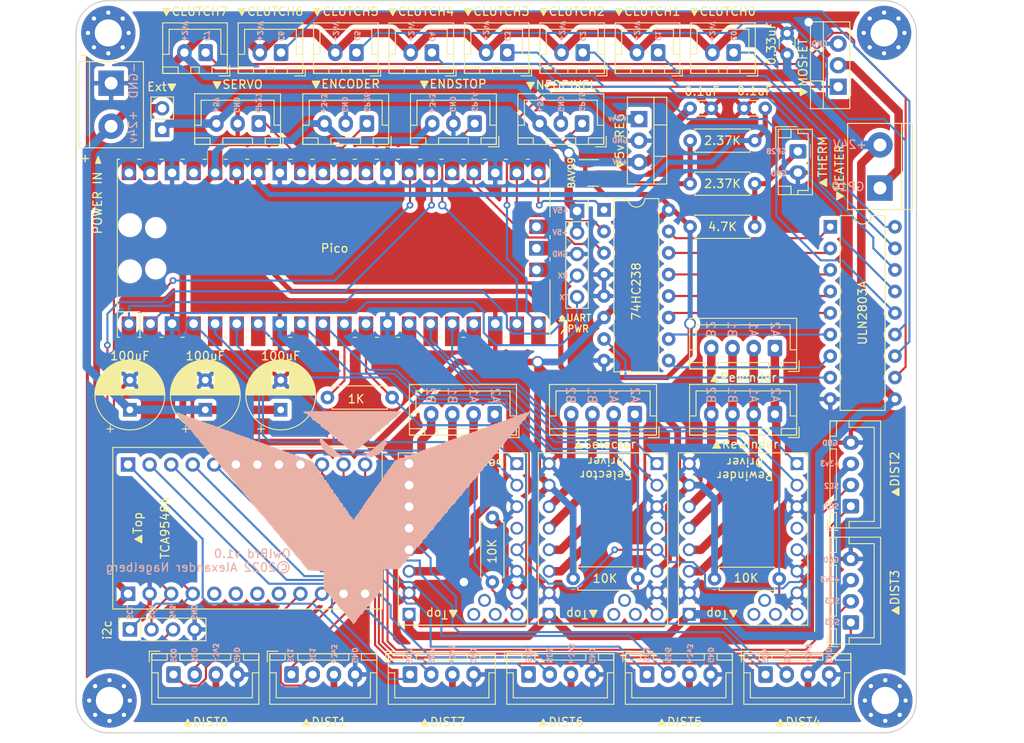
<source format=kicad_pcb>
(kicad_pcb (version 20211014) (generator pcbnew)
  (title_block (title "OwlBrd") (date "2022-08-15") (rev "v1.0") (comment 1 "MIT License") (comment 2 "©2022 Alexander Nagelberg"))
  (layers (0 "F.Cu" signal) (31 "B.Cu" signal) (34 "B.Paste" user) (35 "F.Paste" user) (36 "B.SilkS" user "B.Silkscreen") (37 "F.SilkS" user "F.Silkscreen") (38 "B.Mask" user) (39 "F.Mask" user) (44 "Edge.Cuts" user))
  (net 0 "")
  (net 1 "GND")
  (net 2 "Net-(J6-Pad1)")
  (net 3 "Net-(J6-Pad2)")
  (net 4 "Net-(J5-Pad1)")
  (net 8 "+3V3")
  (net 9 "+24V")
  (net 10 "R_EN")
  (net 11 "R_STEP")
  (net 12 "R_DIR")
  (net 13 "Net-(J5-Pad2)")
  (net 14 "SDA")
  (net 15 "SCL")
  (net 16 "Net-(R1-Pad1)")
  (net 20 "Net-(U1-Pad39)")
  (net 28 "Net-(J7-Pad2)")
  (net 29 "Net-(J7-Pad1)")
  (net 30 "Net-(J8-Pad2)")
  (net 31 "Net-(J8-Pad1)")
  (net 32 "Net-(J9-Pad2)")
  (net 33 "Net-(J9-Pad1)")
  (net 34 "Net-(J10-Pad2)")
  (net 35 "Net-(J10-Pad1)")
  (net 37 "Net-(J3-Pad1)")
  (net 38 "Net-(J3-Pad2)")
  (net 39 "Net-(J3-Pad3)")
  (net 40 "Net-(J3-Pad4)")
  (net 44 "Net-(J1-Pad1)")
  (net 45 "Net-(J1-Pad2)")
  (net 46 "Net-(J1-Pad3)")
  (net 47 "Net-(J1-Pad4)")
  (net 48 "Net-(J11-Pad1)")
  (net 49 "Net-(J11-Pad2)")
  (net 50 "Net-(J12-Pad1)")
  (net 51 "Net-(J12-Pad2)")
  (net 52 "Net-(J4-Pad1)")
  (net 53 "Net-(J4-Pad2)")
  (net 54 "Net-(J4-Pad3)")
  (net 55 "Net-(J4-Pad4)")
  (net 56 "UART")
  (net 57 "G_EN")
  (net 58 "G_STEP")
  (net 59 "G_DIR")
  (net 60 "S_EN")
  (net 61 "S_STEP")
  (net 62 "S_DIR")
  (net 66 "Net-(J16-Pad1)")
  (net 67 "Net-(J17-Pad1)")
  (net 68 "Net-(J18-Pad1)")
  (net 69 "Net-(J19-Pad1)")
  (net 70 "Net-(J20-Pad1)")
  (net 71 "Net-(J21-Pad1)")
  (net 72 "ENCDR")
  (net 73 "ENDSTOP")
  (net 74 "SERVO")
  (net 75 "+5V")
  (net 76 "NEOPIXEL")
  (net 77 "RX")
  (net 78 "TX")
  (net 79 "CLTCH_A0")
  (net 80 "CLTCH_A1")
  (net 81 "CLTCH_A2")
  (net 83 "THRM")
  (net 84 "ADC_VREF")
  (net 85 "Net-(D1-Pad3)")
  (net 86 "Net-(Q9-Pad2)")
  (net 87 "Net-(J28-Pad1)")
  (net 88 "HEATER")
  (net 89 "Net-(U7-Pad7)")
  (net 90 "Net-(U7-Pad9)")
  (net 91 "Net-(U7-Pad10)")
  (net 92 "Net-(U7-Pad11)")
  (net 93 "Net-(U7-Pad12)")
  (net 94 "Net-(U7-Pad13)")
  (net 95 "Net-(U7-Pad14)")
  (net 96 "Net-(U7-Pad15)")
  (net 98 "unconnected-(U4-PadJP1_4)")
  (net 99 "unconnected-(U5-PadJP1_4)")
  (net 100 "Net-(U8-Pad18)")
  (net 101 "Net-(U8-Pad11)")
  (footprint "Connector_PinSocket_2.54mm:PinSocket_1x02_P2.54mm_Vertical" (layer "F.Cu") (at 22.86 29.21 180)
    (fp_text reference "J29" hide)
    (fp_text value "Ext Power")
  )
  (footprint "Connector_JST:JST_XH_B4B-XH-A_1x04_P2.50mm_Vertical" (layer "F.Cu") (at 80.01 93.455)
    (fp_text reference "J10" hide)
    (fp_text value "JST")
  )
  (footprint "Package_TO_SOT_THT:TO-220-3_Vertical" (layer "F.Cu") (at 102.545 24.13 90)
    (fp_text reference "Q9" hide)
    (fp_text value "IRLB8721PBF")
  )
  (footprint "Connector_JST:JST_XH_B4B-XH-A_1x04_P2.50mm_Vertical" (layer "F.Cu") (at 62.062363 62.755 180)
    (fp_text reference "J4" hide)
    (fp_text value "JST")
  )
  (footprint "Connector_JST:JST_XH_B3B-XH-A_1x03_P2.50mm_Vertical" (layer "F.Cu") (at 72.35 28.465 180)
    (fp_text reference "J26" hide)
    (fp_text value "Conn_01x03")
  )
  (footprint "Connector_JST:JST_XH_B2B-XH-A_1x02_P2.50mm_Vertical" (layer "F.Cu") (at 72.43 20.1 180)
    (fp_text reference "J17" hide)
    (fp_text value "CLTCH3")
  )
  (footprint "Resistor_THT:R_Axial_DIN0207_L6.3mm_D2.5mm_P7.62mm_Horizontal" (layer "F.Cu") (at 92.71 30.48 180)
    (fp_text reference "R7" hide)
    (fp_text value "2.37k")
  )
  (footprint "Capacitor_THT:C_Disc_D3.0mm_W1.6mm_P2.50mm" (layer "F.Cu") (at 96.52 20.32 90)
    (fp_text reference "C1" hide)
    (fp_text value "0.33uF")
  )
  (footprint "Connector_JST:JST_XH_B4B-XH-A_1x04_P2.50mm_Vertical" (layer "F.Cu") (at 38.1 93.455)
    (fp_text reference "J6" hide)
    (fp_text value "JST")
  )
  (footprint "Capacitor_THT:CP_Radial_D8.0mm_P3.50mm" (layer "F.Cu") (at 36.83 62.23 90)
    (fp_text reference "C3" hide)
    (fp_text value "100uF")
  )
  (footprint "owl-brd:MODULE_TMC2209_SILENTSTEPSTICK" (layer "F.Cu") (at 58.312363 77.47)
    (fp_text reference "U4" hide)
    (fp_text value "TMC2209_SILENTSTEPSTICK")
  )
  (footprint "Connector_PinSocket_2.54mm:PinSocket_1x05_P2.54mm_Vertical" (layer "F.Cu") (at 71.757152 38.776266)
    (fp_text reference "J30" hide)
    (fp_text value "Power/UART")
  )
  (footprint "Resistor_THT:R_Axial_DIN0207_L6.3mm_D2.5mm_P7.62mm_Horizontal" (layer "F.Cu") (at 42.338995 60.784772)
    (fp_text reference "R1" hide)
    (fp_text value "1K")
  )
  (footprint "MountingHole:MountingHole_3.2mm_M3_Pad_Via" (layer "F.Cu") (at 16.51 17.78)
    (fp_text reference "REF**" hide)
    (fp_text value "MountingHole_3.2mm_M3_Pad_Via")
  )
  (footprint "Resistor_THT:R_Axial_DIN0207_L6.3mm_D2.5mm_P7.62mm_Horizontal" (layer "F.Cu") (at 92.71 40.64 180)
    (fp_text reference "R5" hide)
    (fp_text value "4.7k")
  )
  (footprint "Connector_JST:JST_XH_B4B-XH-A_1x04_P2.50mm_Vertical" (layer "F.Cu") (at 95.082363 62.755 180)
    (fp_text reference "J2" hide)
    (fp_text value "JST")
  )
  (footprint "Connector_JST:JST_XH_B3B-XH-A_1x03_P2.50mm_Vertical" (layer "F.Cu") (at 34.25 28.465 180)
    (fp_text reference "J25" hide)
    (fp_text value "Conn_01x03")
  )
  (footprint "Package_TO_SOT_THT:TO-220-3_Vertical" (layer "F.Cu") (at 79.065 27.94 -90)
    (fp_text reference "U2" hide)
    (fp_text value "L7805CV")
  )
  (footprint "Connector_JST:JST_XH_B4B-XH-A_1x04_P2.50mm_Vertical" (layer "F.Cu") (at 24.19 93.455)
    (fp_text reference "J5" hide)
    (fp_text value "JST")
  )
  (footprint "Capacitor_THT:CP_Radial_D8.0mm_P3.50mm" (layer "F.Cu") (at 19.05 62.23 90)
    (fp_text reference "C5" hide)
    (fp_text value "100uF")
  )
  (footprint "Connector_JST:JST_XH_B4B-XH-A_1x04_P2.50mm_Vertical" (layer "F.Cu") (at 95.082363 54.955 180)
    (fp_text reference "J1" hide)
    (fp_text value "JST")
  )
  (footprint "Connector_JST:JST_XH_B4B-XH-A_1x04_P2.50mm_Vertical" (layer "F.Cu") (at 104.032363 73.6 90)
    (fp_text reference "J7" hide)
    (fp_text value "JST")
  )
  (footprint "Capacitor_THT:CP_Radial_D8.0mm_P3.50mm" (layer "F.Cu") (at 27.94 62.23 90)
    (fp_text reference "C4" hide)
    (fp_text value "100uF")
  )
  (footprint "Connector_JST:JST_XH_B2B-XH-A_1x02_P2.50mm_Vertical" (layer "F.Cu") (at 81.32 20.1 180)
    (fp_text reference "J16" hide)
    (fp_text value "CLTCH2")
  )
  (footprint "Capacitor_THT:C_Disc_D3.0mm_W1.6mm_P2.50mm" (layer "F.Cu") (at 85.09 26.67)
    (fp_text reference "C2" hide)
    (fp_text value "0.1uF")
  )
  (footprint "Connector_JST:JST_XH_B2B-XH-A_1x02_P2.50mm_Vertical" (layer "F.Cu") (at 45.76 20.1 180)
    (fp_text reference "J20" hide)
    (fp_text value "CLTCH6")
  )
  (footprint "Connector_JST:JST_XH_B4B-XH-A_1x04_P2.50mm_Vertical" (layer "F.Cu") (at 66.04 93.455)
    (fp_text reference "J11" hide)
    (fp_text value "JST")
  )
  (footprint "Connector_JST:JST_XH_B2B-XH-A_1x02_P2.50mm_Vertical" (layer "F.Cu") (at 90.21 20.1 180)
    (fp_text reference "J15" hide)
    (fp_text value "CLTCH1")
  )
  (footprint "Resistor_THT:R_Axial_DIN0207_L6.3mm_D2.5mm_P7.62mm_Horizontal" (layer "F.Cu") (at 95.586802 82.167602 180)
    (fp_text reference "R2" hide)
    (fp_text value "10K")
  )
  (footprint "Connector_JST:JST_XH_B4B-XH-A_1x04_P2.50mm_Vertical" (layer "F.Cu") (at 93.98 93.455)
    (fp_text reference "J9" hide)
    (fp_text value "JST")
  )
  (footprint "Resistor_THT:R_Axial_DIN0207_L6.3mm_D2.5mm_P7.62mm_Horizontal" (layer "F.Cu") (at 61.77709 82.55 90)
    (fp_text reference "R4" hide)
    (fp_text value "10K")
  )
  (footprint "Package_DIP:DIP-18_W7.62mm" (layer "F.Cu") (at 101.61 40.65)
    (fp_text reference "U8" hide)
    (fp_text value "ULN2803A")
  )
  (footprint "" (layer "F.Cu") (at 108.09 96.52)
    (fp_text reference "")
    (fp_text value "")
  )
  (footprint "Connector_JST:JST_XH_B2B-XH-A_1x02_P2.50mm_Vertical" (layer "F.Cu") (at 63.54 20.1 180)
    (fp_text reference "J18" hide)
    (fp_text value "CLTCH4")
  )
  (footprint "Connector_JST:JST_XH_B2B-XH-A_1x02_P2.50mm_Vertical" (layer "F.Cu") (at 54.65 20.1 180)
    (fp_text reference "J19" hide)
    (fp_text value "CLTCH5")
  )
  (footprint "Connector_JST:JST_XH_B3B-XH-A_1x03_P2.50mm_Vertical" (layer "F.Cu") (at 59.69 28.465 180)
    (fp_text reference "J24" hide)
    (fp_text value "Conn_01x03")
  )
  (footprint "TerminalBlock:TerminalBlock_bornier-2_P5.08mm" (layer "F.Cu") (at 107.465108 36.071144 90)
    (fp_text reference "J27" hide)
    (fp_text value "Screw_Terminal_01x02")
  )
  (footprint "Connector_JST:JST_XH_B4B-XH-A_1x04_P2.50mm_Vertical" (layer "F.Cu") (at 104.027939 87.319486 90)
    (fp_text reference "J8" hide)
    (fp_text value "JST")
  )
  (footprint "Package_DIP:DIP-16_W7.62mm" (layer "F.Cu") (at 74.94 38.64716)
    (fp_text reference "U7" hide)
    (fp_text value "74HC238")
  )
  (footprint "owl-brd:TCA9548A" (layer "F.Cu") (at 46.777363 68.685 90)
    (fp_text reference "U6" hide)
    (fp_text value "TCA9548APWR")
  )
  (footprint "owl-brd:RPi_Pico_SMD_TH" (layer "F.Cu") (at 43.072363 43.18 90)
    (fp_text reference "U1" hide)
    (fp_text value "Pico")
  )
  (footprint "Connector_JST:JST_XH_B2B-XH-A_1x02_P2.50mm_Vertical" (layer "F.Cu") (at 27.98 20.1 180)
    (fp_text reference "J22" hide)
    (fp_text value "CLTCH1")
  )
  (footprint "Connector_JST:JST_EH_B2B-EH-A_1x02_P2.50mm_Vertical" (layer "F.Cu") (at 97.79 31.75 -90)
    (fp_text reference "J28" hide)
    (fp_text value "JST")
  )
  (footprint "Connector_PinSocket_2.54mm:PinSocket_1x04_P2.54mm_Vertical" (layer "F.Cu") (at 19.06 88.14027 90)
    (fp_text reference "J14" hide)
    (fp_text value "1x4 Socket")
  )
  (footprint "" (layer "F.Cu") (at 16.65 96.52)
    (fp_text reference "")
    (fp_text value "")
  )
  (footprint "Resistor_THT:R_Axial_DIN0207_L6.3mm_D2.5mm_P7.62mm_Horizontal" (layer "F.Cu") (at 92.71 35.56 180)
    (fp_text reference "R6" hide)
    (fp_text value "2.37k")
  )
  (footprint "Resistor_THT:R_Axial_DIN0207_L6.3mm_D2.5mm_P7.62mm_Horizontal" (layer "F.Cu") (at 78.920883 82.127586 180)
    (fp_text reference "R3" hide)
    (fp_text value "10K")
  )
  (footprint "MountingHole:MountingHole_3.2mm_M3_Pad_Via" (layer "F.Cu") (at 108.09 96.52)
    (fp_text reference "REF**" hide)
    (fp_text value "MountingHole_3.2mm_M3_Pad_Via")
  )
  (footprint "Connector_JST:JST_XH_B3B-XH-A_1x03_P2.50mm_Vertical" (layer "F.Cu") (at 46.99 28.465 180)
    (fp_text reference "J23" hide)
    (fp_text value "Conn_01x03")
  )
  (footprint "TerminalBlock:TerminalBlock_bornier-2_P5.08mm" (layer "F.Cu") (at 16.839127 23.707856 -90)
    (fp_text reference "J13" hide)
    (fp_text value "Screw_Terminal_01x02")
  )
  (footprint "Connector_JST:JST_XH_B4B-XH-A_1x04_P2.50mm_Vertical" (layer "F.Cu") (at 52.07 93.455)
    (fp_text reference "J12" hide)
    (fp_text value "JST")
  )
  (footprint "Connector_JST:JST_XH_B4B-XH-A_1x04_P2.50mm_Vertical" (layer "F.Cu") (at 78.572363 62.755 180)
    (fp_text reference "J3" hide)
    (fp_text value "JST")
  )
  (footprint "Capacitor_THT:C_Disc_D3.0mm_W1.6mm_P2.50mm" (layer "F.Cu") (at 91.44 26.67)
    (fp_text reference "C6" hide)
    (fp_text value "0.1uF")
  )
  (footprint "Package_TO_SOT_SMD:SOT-23" (layer "F.Cu") (at 73.66 34.29)
    (fp_text reference "D1" hide)
    (fp_text value "BAV99")
  )
  (footprint "MountingHole:MountingHole_3.2mm_M3_Pad_Via" (layer "F.Cu") (at 16.65 96.52)
    (fp_text reference "REF**" hide)
    (fp_text value "MountingHole_3.2mm_M3_Pad_Via")
  )
  (footprint "owl-brd:MODULE_TMC2209_SILENTSTEPSTICK" (layer "F.Cu") (at 91.332363 77.47)
    (fp_text reference "U3" hide)
    (fp_text value "TMC2209_SILENTSTEPSTICK")
  )
  (footprint "Connector_JST:JST_XH_B2B-XH-A_1x02_P2.50mm_Vertical" (layer "F.Cu") (at 36.87 20.1 180)
    (fp_text reference "J21" hide)
    (fp_text value "CLTCH7")
  )
  (footprint "MountingHole:MountingHole_3.2mm_M3_Pad_Via" (layer "F.Cu") (at 107.95 17.78)
    (fp_text reference "REF**" hide)
    (fp_text value "MountingHole_3.2mm_M3_Pad_Via")
  )
  (footprint "owl-brd:MODULE_TMC2209_SILENTSTEPSTICK" (layer "F.Cu") (at 74.822363 77.47)
    (fp_text reference "U5" hide)
    (fp_text value "TMC2209_SILENTSTEPSTICK")
  )
  (footprint "LOGO" (layer "B.Cu") (at 45.72 73.66 180)
    (fp_text reference "G***" hide)
    (fp_text value "LOGO" hide)
  )
  (gr_line (start 16.51 100.33) (end 107.95 100.33) (layer "Edge.Cuts") (width 0.15))
  (gr_arc (start 16.51 100.33) (mid 13.815923 99.214077) (end 12.7 96.52) (layer "Edge.Cuts") (width 0.15))
  (gr_line (start 12.7 17.78) (end 12.7 96.52) (layer "Edge.Cuts") (width 0.15))
  (gr_arc (start 12.7 17.78) (mid 13.815923 15.085923) (end 16.51 13.97) (layer "Edge.Cuts") (width 0.15))
  (gr_arc (start 107.95 13.97) (mid 110.644077 15.085923) (end 111.76 17.78) (layer "Edge.Cuts") (width 0.15))
  (gr_arc (start 111.76 96.52) (mid 110.644077 99.214077) (end 107.95 100.33) (layer "Edge.Cuts") (width 0.15))
  (gr_line (start 107.95 13.97) (end 16.51 13.97) (layer "Edge.Cuts") (width 0.15))
  (gr_line (start 111.76 96.52) (end 111.76 17.78) (layer "Edge.Cuts") (width 0.15))
  (gr_text "GND" (at 87.514335 91.141096 270) (layer "B.SilkS") (effects (font (size 0.6 0.6)) (justify mirror)))
  (gr_text "A1" (at 92.571356 52.733951 270) (layer "B.SilkS") (effects (font (size 1 1)) (justify mirror)))
  (gr_text "B1" (at 73.532775 60.492796 270) (layer "B.SilkS") (effects (font (size 1 1)) (justify mirror)))
  (gr_text "A2" (at 78.612775 60.492796 270) (layer "B.SilkS") (effects (font (size 1 1)) (justify mirror)))
  (gr_text "+3v3" (at 101.6 68.58) (layer "B.SilkS") (effects (font (size 0.6 0.6)) (justify mirror)))
  (gr_text "+24V" (at 25.516324 17.598767 270) (layer "B.SilkS") (effects (font (size 0.6 0.6)) (justify mirror)))
  (gr_text "GP26" (at 46.996203 25.956078 270) (layer "B.SilkS") (effects (font (size 0.6 0.6)) (justify mirror)))
  (gr_text "GND" (at 57.090901 26.176183 270) (layer "B.SilkS") (effects (font (size 0.6 0.6)) (justify mirror)))
  (gr_text "+3v3" (at 71.078288 90.981178 270) (layer "B.SilkS") (effects (font (size 0.6 0.6)) (justify mirror)))
  (gr_text "+24V" (at 87.693072 17.636661 270) (layer "B.SilkS") (effects (font (size 0.6 0.6)) (justify mirror)))
  (gr_text "GND" (at 44.365727 26.218319 270) (layer "B.SilkS") (effects (font (size 0.6 0.6)) (justify mirror)))
  (gr_text "GP28" (at 95.25 31.75) (layer "B.SilkS") (effects (font (size 0.6 0.6)) (justify mirror)))
  (gr_text "-GND" (at 19.466995 23.391128 90) (layer "B.SilkS") (effects (font (size 1 1)) (justify mirror)))
  (gr_text "SD3" (at 101.840224 84.770059) (layer "B.SilkS") (effects (font (size 0.6 0.6)) (justify mirror)))
  (gr_text "SC2" (at 101.755257 73.63933) (layer "B.SilkS") (effects (font (size 0.6 0.6)) (justify mirror)))
  (gr_text "RX" (at 70.090584 46.418612) (layer "B.SilkS") (effects (font (size 0.6 0.6)) (justify mirror)))
  (gr_text "+5V" (at 69.789853 41.306194) (layer "B.SilkS") (effects (font (size 0.6 0.6)) (justify mirror)))
  (gr_text "GND" (at 69.75978 43.862403) (layer "B.SilkS") (effects (font (size 0.6 0.6)) (justify mirror)))
  (gr_text "C3" (at 63.544359 18.160827 270) (layer "B.SilkS") (effects (font (size 0.6 0.6)) (justify mirror)))
  (gr_text "SD6" (at 68.490521 91.142614 270) (layer "B.SilkS") (effects (font (size 0.6 0.6)) (justify mirror)))
  (gr_text "SC7" (at 51.938807 91.310984 270) (layer "B.SilkS") (effects (font (size 0.6 0.6)) (justify mirror)))
  (gr_text "C6" (at 36.865654 18.140904 270) (layer "B.SilkS") (effects (font (size 0.6 0.6)) (justify mirror)))
  (gr_text "B2" (at 87.532949 60.474243 270) (layer "B.SilkS") (effects (font (size 1 1)) (justify mirror)))
  (gr_text "SD2" (at 101.755257 71.217759) (layer "B.SilkS") (effects (font (size 0.6 0.6)) (justify mirror)))
  (gr_text "GP15" (at 72.324738 25.907178 270) (layer "B.SilkS") (effects (font (size 0.6 0.6)) (justify mirror)))
  (gr_text "GND" (at 101.707949 79.935612) (layer "B.SilkS") (effects (font (size 0.6 0.6)) (justify mirror)))
  (gr_text "+3v3" (at 54.68913 26.09191 270) (layer "B.SilkS") (effects (font (size 0.6 0.6)) (justify mirror)))
  (gr_text "B2" (at 54.512747 60.552942 270) (layer "B.SilkS") (effects (font (size 1 1)) (justify mirror)))
  (gr_text "A2" (at 95.152949 60.474243 270) (layer "B.SilkS") (effects (font (size 1 1)) (justify mirror)))
  (gr_text "GND" (at 69.849999 26.150233 270) (layer "B.SilkS") (effects (font (size 0.6 0.6)) (justify mirror)))
  (gr_text "SDA" (at 21.581997 86.131607 270) (layer "B.SilkS") (effects (font (size 0.6 0.6)) (justify mirror)))
  (gr_text "GND" (at 95.534865 34.364648) (layer "B.SilkS") (effects (font (size 0.6 0.6)) (justify mirror)))
  (gr_text "GND" (at 73.52823 91.2241 270) (layer "B.SilkS") (effects (font (size 0.6 0.6)) (justify mirror)))
  (gr_text "SC3" (at 101.840224 87.276597) (layer "B.SilkS") (effects (font (size 0.6 0.6)) (justify mirror)))
  (gr_text "SC5" (at 79.918636 91.10013 270) (layer "B.SilkS") (effects (font (size 0.6 0.6)) (justify mirror)))
  (gr_text "GND" (at 101.583444 66.157016) (layer "B.SilkS") (effects (font (size 0.6 0.6)) (justify mirror)))
  (gr_text "+24V" (at 61.0125 17.55115 270) (layer "B.SilkS") (effects (font (size 0.6 0.6)) (justify mirror)))
  (gr_text "+24V" (at 52.207634 17.644472 270) (layer "B.SilkS") (effects (font (size 0.6 0.6)) (justify mirror)))
  (gr_text "+24V" (at 78.817413 17.577686 270) (layer "B.SilkS") (effects (font (size 0.6 0.6)) (justify mirror)))
  (gr_text "SD4" (at 96.529762 91.185097 270) (layer "B.SilkS") (effects (font (size 0.6 0.6)) (justify mirror)))
  (gr_text "C0" (at 90.195467 18.116611 270) (layer "B.SilkS") (effects (font (size 0.6 0.6)) (justify mirror)))
  (gr_text "OwlBrd v1.0\n©2022 Alexander Nagelberg" (at 38.1 80.01) (layer "B.SilkS") (effects (font (size 1 1)) (justify left mirror)))
  (gr_text "SC6" (at 66.026467 91.142614 270) (layer "B.SilkS") (effects (font (size 0.6 0.6)) (justify mirror)))
  (gr_text "+24v" (at 76.594511 27.852679) (layer "B.SilkS") (effects (font (size 0.6 0.6)) (justify mirror)))
  (gr_text "+24V" (at 43.313312 17.635014 270) (layer "B.SilkS") (effects (font (size 0.6 0.6)) (justify mirror)))
  (gr_text "A1" (at 59.592747 60.552942 270) (layer "B.SilkS") (effects (font (size 1 1)) (justify mirror)))
  (gr_text "GND" (at 100.33 19.05) (layer "B.SilkS") (effects (font (size 0.6 0.6)) (justify mirror)))
  (gr_text "+24V" (at 103.929556 30.941017) (layer "B.SilkS") (effects (font (size 1 1)) (justify mirror)))
  (gr_text "SD7" (at 54.555868 91.270065 270) (layer "B.SilkS") (effects (font (size 0.6 0.6)) (justify mirror)))
  (gr_text "GP19" (at 103.692686 35.915306) (layer "B.SilkS") (effects (font (size 1 1)) (justify mirror)))
  (gr_text "A1" (at 76.072775 60.492796 270) (layer "B.SilkS") (effects (font (size 1 1)) (justify mirror)))
  (gr_text "SC1" (at 37.953596 91.213185 270) (layer "B.SilkS") (effects (font (size 0.6 0.6)) (justify mirror)))
  (gr_text "B1" (at 90.031356 52.733951 270) (layer "B.SilkS") (effects (font (size 1 1)) (justify mirror)))
  (gr_text "B1" (at 90.072949 60.474243 270) (layer "B.SilkS") (effects (font (size 1 1)) (justify mirror)))
  (gr_text "+3v3" (at 43.106989 91.083272 270) (layer "B.SilkS") (effects (font (size 0.6 0.6)) (justify mirror)))
  (gr_text "C4" (at 54.662986 18.209886 270) (layer "B.SilkS") (effects (font (size 0.6 0.6)) (justify mirror)))
  (gr_text "+5V" (at 76.857328 32.977621) (layer "B.SilkS") (effects (font (size 0.6 0.6)) (justify mirror)))
  (gr_text "GND" (at 45.555246 91.182952 270) (layer "B.SilkS") (effects (font (size 0.6 0.6)) (justify mirror)))
  (gr_text "SC4" (at 93.895773 91.270065 270) (layer "B.SilkS") (effects (font (size 0.6 0.6)) (justify mirror)))
  (gr_text "B1" (at 57.052747 60.552942 270) (layer "B.SilkS") (effects (font (size 1 1)) (justify mirror)))
  (gr_text "SD1" (at 40.578731 91.142614 270) (layer "B.SilkS") (effects (font (size 0.6 0.6)) (justify mirror)))
  (gr_text "A1" (at 92.612949 60.474243 270) (layer "B.SilkS") (effects (font (size 1 1)) (justify mirror)))
  (gr_text "GND" (at 76.813525 30.437051) (layer "B.SilkS") (effects (font (size 0.6 0.6)) (justify mirror)))
  (gr_text "+5V" (at 69.849999 38.719912) (layer "B.SilkS") (effects (font (size 0.6 0.6)) (justify mirror)))
  (gr_text "TX" (at 70.210876 48.97482) (layer "B.SilkS") (effects (font (size 0.6 0.6)) (justify mirror)))
  (gr_text "GND" (at 101.417437 91.182598 270) (layer "B.SilkS") (effects (font (size 0.6 0.6)) (justify mirror)))
  (gr_text "+3v3" (at 29.163888 90.969914 270) (layer "B.SilkS") (effects (font (size 0.6 0.6)) (justify mirror)))
  (gr_text "+3v3" (at 57.012305 91.121059 270) (layer "B.SilkS") (effects (font (size 0.6 0.6)) (justify mirror)))
  (gr_text "GND" (at 31.631359 26.269527 270) (layer "B.SilkS") (effects (font (size 0.6 0.6)) (justify mirror)))
  (gr_text "C2" (at 72.424825 18.160827 270) (layer "B.SilkS") (effects (font (size 0.6 0.6)) (justify mirror)))
  (gr_text "SCL" (at 19.015935 86.131607 270) (layer "B.SilkS") (effects (font (size 0.6 0.6)) (justify mirror)))
  (gr_text "C1" (at 81.312185 18.116611 270) (layer "B.SilkS") (effects (font (size 0.6 0.6)) (justify mirror)))
  (gr_text "+5V" (at 67.397556 26.276434 270) (layer "B.SilkS") (effects (font (size 0.6 0.6)) (justify mirror)))
  (gr_text "A2" (at 95.111356 52.733951 270) (layer "B.SilkS") (effects (font (size 1 1)) (justify mirror)))
  (gr_text "+3v3" (at 41.921819 26.134047 270) (layer "B.SilkS") (effects (font (size 0.6 0.6)) (justify mirror)))
  (gr_text "GND" (at 26.611211 86.10685 270) (layer "B.SilkS") (effects (font (size 0.6 0.6)) (justify mirror)))
  (gr_text "3v3" (at 24.046247 86.132846 270) (layer "B.SilkS") (effects (font (size 0.6 0.6)) (justify mirror)))
  (gr_text "GP27" (at 34.184374 26.019231 270) (layer "B.SilkS") (effects (font (size 0.6 0.6)) (justify mirror)))
  (gr_text "GND" (at 59.50282 91.221912 270) (layer "B.SilkS") (effects (font (size 0.6 0.6)) (justify mirror)))
  (gr_text "C5" (at 45.833302 18.106413 270) (layer "B.SilkS") (effects (font (size 0.6 0.6)) (justify mirror)))
  (gr_text "+24V" (at 70.000729 17.577686 270) (layer "B.SilkS") (effects (font (size 0.6 0.6)) (justify mirror)))
  (gr_text "B2" (at 70.992775 60.492796 270) (layer "B.SilkS") (effects (font (size 1 1)) (justify mirror)))
  (gr_text "GND" (at 31.646632 91.143992 270) (layer "B.SilkS") (effects (font (size 0.6 0.6)) (justify mirror)))
  (gr_text "+3v3" (at 101.616054 82.233884) (layer "B.SilkS") (effects (font (size 0.6 0.6)) (justify mirror)))
  (gr_text "C7" (at 28.070461 18.140904 270) (layer "B.SilkS") (effects (font (size 0.6 0.6)) (justify mirror)))
  (gr_text "+3v3" (at 99.024697 91.022889 270) (layer "B.SilkS") (effects (font (size 0.6 0.6)) (justify mirror)))
  (gr_text "A2" (at 62.132747 60.552942 270) (layer "B.SilkS") (effects (font (size 1 1)) (justify mirror)))
  (gr_text "+24v" (at 19.391906 28.8726 90) (layer "B.SilkS") (effects (font (size 1 1)) (justify mirror)))
  (gr_text "+5V" (at 29.203492 26.319586 270) (layer "B.SilkS") (effects (font (size 0.6 0.6)) (justify mirror)))
  (gr_text "SD5" (at 82.467658 91.10013 270) (layer "B.SilkS") (effects (font (size 0.6 0.6)) (justify mirror)))
  (gr_text "+24V" (at 34.396695 17.598767 270) (layer "B.SilkS") (effects (font (size 0.6 0.6)) (justify mirror)))
  (gr_text "B2" (at 87.491356 52.733951 270) (layer "B.SilkS") (effects (font (size 1 1)) (justify mirror)))
  (gr_text "+3v3" (at 85.051493 91.022889 270) (layer "B.SilkS") (effects (font (size 0.6 0.6)) (justify mirror)))
  (gr_text "GP14" (at 59.654132 25.930086 270) (layer "B.SilkS") (effects (font (size 0.6 0.6)) (justify mirror)))
  (gr_text "SC0" (at 24.162599 91.244402 270) (layer "B.SilkS") (effects (font (size 0.6 0.6)) (justify mirror)))
  (gr_text "SD0" (at 26.644078 91.142614 270) (layer "B.SilkS") (effects (font (size 0.6 0.6)) (justify mirror)))
  (gr_text "▲THERM" (at 100.711729 33.001557 90) (layer "F.SilkS") (effects (font (size 1 1))))
  (gr_text "▼CLUTCH0" (at 88.9 15.24) (layer "F.SilkS") (effects (font (size 1 1))))
  (gr_text "▲DIST0" (at 27.94 99.06) (layer "F.SilkS") (effects (font (size 1 1))))
  (gr_text "▲Rewinder" (at 91.332363 58.42) (layer "F.SilkS") (effects (font (size 1 1))))
  (gr_text "▼ENCODER" (at 44.446838 23.801593) (layer "F.SilkS") (effects (font (size 1 1))))
  (gr_text "▲Selector" (at 74.999981 66.285813) (layer "F.SilkS") (effects (font (size 1 1))))
  (gr_text "▼CLUTCH6" (at 35.56 15.24) (layer "F.SilkS") (effects (font (size 1 1))))
  (gr_text "-" (at 13.644386 20.369573) (layer "F.SilkS") (effects (font (size 1 1))))
  (gr_text "▲Top" (at 88.9 86.36 180) (layer "F.SilkS") (effects (font (size 1 1))))
  (gr_text "▲DIST1" (at 41.91 99.06) (layer "F.SilkS") (effects (font (size 1 1))))
  (gr_text "Ext▼" (at 22.86 24.13) (layer "F.SilkS") (effects (font (size 1 1))))
  (gr_text "Rewinder\nDriver" (at 91.569523 69.21386 180) (layer "F.SilkS") (effects (font (size 1 1))))
  (gr_text "▲UART\n/PWR" (at 71.478117 52.038082) (layer "F.SilkS") (effects (font (size 0.8 0.8))))
  (gr_text "POWER IN ►" (at 15.24 36.83 90) (layer "F.SilkS") (effects (font (size 1 1))))
  (gr_text "100uF" (at 27.94 55.88) (layer "F.SilkS") (effects (font (size 1 1))))
  (gr_text "▼NEOPIXEL" (at 69.846658 23.935629) (layer "F.SilkS") (effects (font (size 1 1))))
  (gr_text "▼HEATER" (at 102.695005 34.284853 90) (layer "F.SilkS") (effects (font (size 1 1))))
  (gr_text "▲DIST2" (at 109.22 69.85 90) (layer "F.SilkS") (effects (font (size 1 1))))
  (gr_text "i2c" (at 16.377611 88.203683 90) (layer "F.SilkS") (effects (font (size 1 1))))
  (gr_text "10K" (at 75.053861 82.134385) (layer "F.SilkS") (effects (font (size 1 1))))
  (gr_text "▼5v REG" (at 76.789211 30.579795 90) (layer "F.SilkS") (effects (font (size 1 1))))
  (gr_text "10K" (at 61.750802 78.931806 90) (layer "F.SilkS") (effects (font (size 1 1))))
  (gr_text "ULN2803A" (at 105.41 50.8 90) (layer "F.SilkS") (effects (font (size 1 1))))
  (gr_text "▼ENDSTOP" (at 57.113239 23.801593) (layer "F.SilkS") (effects (font (size 1 1))))
  (gr_text "0.33uF" (at 94.655366 19.035246 90) (layer "F.SilkS") (effects (font (size 1 1))))
  (gr_text "1K" (at 45.72 60.96) (layer "F.SilkS") (effects (font (size 1 1))))
  (gr_text "2.37K" (at 88.9 30.48) (layer "F.SilkS") (effects (font (size 1 1))))
  (gr_text "4.7K" (at 88.9 40.64) (layer "F.SilkS") (effects (font (size 1 1))))
  (gr_text "Pico" (at 43.18 43.18) (layer "F.SilkS") (effects (font (size 1 1))))
  (gr_text "+" (at 13.711537 32.590959 90) (layer "F.SilkS") (effects (font (size 1 1))))
  (gr_text "▲Top" (at 72.39 86.36 180) (layer "F.SilkS") (effects (font (size 1 1))))
  (gr_text "▲Gear" (at 58.083599 66.24184) (layer "F.SilkS") (effects (font (size 1 1))))
  (gr_text "10K" (at 91.687747 82.078814) (layer "F.SilkS") (effects (font (size 1 1))))
  (gr_text "▼CLUTCH5" (at 44.45 15.24) (layer "F.SilkS") (effects (font (size 1 1))))
  (gr_text "2.37K" (at 88.9 35.56) (layer "F.SilkS") (effects (font (size 1 1))))
  (gr_text "▼MOSFET" (at 98.394895 21.897603 90) (layer "F.SilkS") (effects (font (size 1 1))))
  (gr_text "BAV99" (at 71.12 34.29 90) (layer "F.SilkS") (effects (font (size 0.8 0.8))))
  (gr_text "74HC238" (at 78.74 48.26 90) (layer "F.SilkS") (effects (font (size 1 1))))
  (gr_text "▲Top\n\nTCA9548A" (at 21.59 76.2 90) (layer "F.SilkS") (effects (font (size 1 1))))
  (gr_text "▲DIST4" (at 97.79 99.06) (layer "F.SilkS") (effects (font (size 1 1))))
  (gr_text "Selector\nDriver" (at 75.189992 69.127196 180) (layer "F.SilkS") (effects (font (size 1 1))))
  (gr_text "Gear Driver" (at 54.61 68.58 180) (layer "F.SilkS") (effects (font (size 1 1)) (justify right)))
  (gr_text "▲DIST3" (at 109.22 83.82 90) (layer "F.SilkS") (effects (font (size 1 1))))
  (gr_text "▼CLUTCH1" (at 80.01 15.24) (layer "F.SilkS") (effects (font (size 1 1))))
  (gr_text "▲Top" (at 55.88 86.36 180) (layer "F.SilkS") (effects (font (size 1 1))))
  (gr_text "▲DIST5" (at 83.82 99.06) (layer "F.SilkS") (effects (font (size 1 1))))
  (gr_text "▼CLUTCH4" (at 53.34 15.24) (layer "F.SilkS") (effects (font (size 1 1))))
  (gr_text "▲DIST7" (at 55.88 99.06) (layer "F.SilkS") (effects (font (size 1 1))))
  (gr_text "▼SERVO" (at 31.713419 23.868611) (layer "F.SilkS") (effects (font (size 1 1))))
  (gr_text "▲Rewinder" (at 91.54761 66.285813) (layer "F.SilkS") (effects (font (size 1 1))))
  (gr_text "▼CLUTCH7" (at 26.67 15.24) (layer "F.SilkS") (effects (font (size 1 1))))
  (gr_text "100uF" (at 36.83 55.88) (layer "F.SilkS") (effects (font (size 1 1))))
  (gr_text "0.1uF" (at 92.69 24.629147) (layer "F.SilkS") (effects (font (size 1 1))))
  (gr_text "▼CLUTCH3" (at 62.23 15.24) (layer "F.SilkS") (effects (font (size 1 1))))
  (gr_text "100uF" (at 19.05 55.88) (layer "F.SilkS") (effects (font (size 1 1))))
  (gr_text "▼CLUTCH2" (at 71.12 15.24) (layer "F.SilkS") (effects (font (size 1 1))))
  (gr_text "0.1uF" (at 86.486494 24.673543) (layer "F.SilkS") (effects (font (size 1 1))))
  (gr_text "▲DIST6" (at 69.85 99.06) (layer "F.SilkS") (effects (font (size 1 1))))
  (via (at 99.06 16.51) (size 1.4) (drill 1) (layers "F.Cu" "B.Cu") (net 1))
  (via (at 58.42 82.55) (size 1.4) (drill 1) (layers "F.Cu" "B.Cu") (net 1))
  (segment (start 38.1 93.455) (end 38.1 92.602363) (width 0.25) (layer "F.Cu") (net 2))
  (segment (start 38.1 92.602363) (end 46.777363 83.925) (width 0.25) (layer "F.Cu") (net 2))
  (segment (start 39.30048 94.75452) (end 37.262027 94.75452) (width 0.25) (layer "F.Cu") (net 3))
  (segment (start 36.83 91.332363) (end 44.237363 83.925) (width 0.25) (layer "F.Cu") (net 3))
  (segment (start 37.262027 94.75452) (end 36.83 94.322493) (width 0.25) (layer "F.Cu") (net 3))
  (segment (start 36.83 94.322493) (end 36.83 91.332363) (width 0.25) (layer "F.Cu") (net 3))
  (segment (start 40.6 93.455) (end 39.30048 94.75452) (width 0.25) (layer "F.Cu") (net 3))
  (segment (start 35.56 90.17) (end 35.56 90.062363) (width 0.25) (layer "F.Cu") (net 4))
  (segment (start 25.48952 94.75452) (end 27.176502 94.75452) (width 0.25) (layer "F.Cu") (net 4))
  (segment (start 24.19 93.455) (end 25.48952 94.75452) (width 0.25) (layer "F.Cu") (net 4))
  (segment (start 30.48 90.17) (end 35.56 90.17) (width 0.25) (layer "F.Cu") (net 4))
  (segment (start 28.01548 92.63452) (end 30.48 90.17) (width 0.25) (layer "F.Cu") (net 4))
  (segment (start 27.176502 94.75452) (end 28.01548 93.915542) (width 0.25) (layer "F.Cu") (net 4))
  (segment (start 35.56 90.062363) (end 41.697363 83.925) (width 0.25) (layer "F.Cu") (net 4))
  (segment (start 28.01548 93.915542) (end 28.01548 92.63452) (width 0.25) (layer "F.Cu") (net 4))
  (segment (start 99.06 96.52) (end 85.09 96.52) (width 0.8) (layer "F.Cu") (net 8))
  (segment (start 83.620852 64.570852) (end 80.01 60.96) (width 0.8) (layer "F.Cu") (net 8))
  (segment (start 79.973429 41.233731) (end 82.192523 39.014637) (width 0.8) (layer "F.Cu") (net 8))
  (segment (start 18.837363 83.925) (end 15.132363 80.22) (width 0.8) (layer "F.Cu") (net 8))
  (segment (start 82.533874 79.918489) (end 81.172363 81.28) (width 0.8) (layer "F.Cu") (net 8))
  (segment (start 67.110852 56.589737) (end 57.710263 56.589737) (width 0.8) (layer "F.Cu") (net 8))
  (segment (start 16.51 90.17) (end 19.05 92.71) (width 0.8) (layer "F.Cu") (net 8))
  (segment (start 63.300852 82.458489) (end 63.300852 76.453762) (width 0.8) (layer "F.Cu") (net 8))
  (segment (start 57.15 96.52) (end 57.07 96.44) (width 0.8) (layer "F.Cu") (net 8))
  (segment (start 84.982363 71.12) (end 82.533874 73.568489) (width 0.8) (layer "F.Cu") (net 8))
  (segment (start 16.402363 38.1) (end 25.292363 38.1) (width 0.8) (layer "F.Cu") (net 8))
  (segment (start 66.04 73.552363) (end 66.04 82.442363) (width 0.8) (layer "F.Cu") (net 8))
  (segment (start 18.837363 83.925) (end 18.837363 84.032637) (width 0.25) (layer "F.Cu") (net 8))
  (segment (start 29.19 96.5) (end 29.19 93.455) (width 0.8) (layer "F.Cu") (net 8))
  (segment (start 26.67 96.52) (end 26.69 96.5) (width 0.8) (layer "F.Cu") (net 8))
  (segment (start 26.67 96.52) (end 29.21 96.52) (width 0.8) (layer "F.Cu") (net 8))
  (segment (start 18.837363 84.032637) (end 16.51 86.36) (width 0.8) (layer "F.Cu") (net 8))
  (segment (start 15.132363 80.22) (end 15.132363 39.37) (width 0.8) (layer "F.Cu") (net 8))
  (segment (start 82.533874 73.568489) (end 82.533874 79.918489) (width 0.8) (layer "F.Cu") (net 8))
  (segment (start 83.620852 69.758489) (end 84.982363 71.12) (width 0.8) (layer "F.Cu") (net 8))
  (segment (start 68.472363 71.12) (end 67.110852 69.758489) (width 0.8) (layer "F.Cu") (net 8))
  (segment (start 85.01 96.44) (end 85.01 93.455) (width 0.8) (layer "F.Cu") (net 8))
  (segment (start 25.292363 38.1) (end 29.102363 34.29) (width 0.8) (layer "F.Cu") (net 8))
  (segment (start 43.18 96.52) (end 57.15 96.52) (width 0.8) (layer "F.Cu") (net 8))
  (segment (start 63.300852 76.453762) (end 61.77709 74.93) (width 0.8) (layer "F.Cu") (net 8))
  (segment (start 68.472363 71.12) (end 66.04 73.552363) (width 0.8) (layer "F.Cu") (net 8))
  (segment (start 18.837363 83.925) (end 19.155 83.925) (width 0.25) (layer "F.Cu") (net 8))
  (segment (start 22.86 96.52) (end 26.67 96.52) (width 0.8) (layer "F.Cu") (net 8))
  (segment (start 46.882363 66.04) (end 51.962363 71.12) (width 0.8) (layer "F.Cu") (net 8))
  (segment (start 71.04 96.44) (end 71.04 93.455) (width 0.8) (layer "F.Cu") (net 8))
  (segment (start 24.14 88.14027) (end 19.57027 92.71) (width 0.25) (layer "F.Cu") (net 8))
  (segment (start 15.132363 39.37) (end 16.402363 38.1) (width 0.8) (layer "F.Cu") (net 8))
  (segment (start 66.04 82.442363) (end 64.662363 83.82) (width 0.8) (layer "F.Cu") (net 8))
  (segment (start 57.07 96.44) (end 57.07 93.455) (width 0.8) (layer "F.Cu") (net 8))
  (segment (start 85.09 96.52) (end 85.01 96.44) (width 0.8) (layer "F.Cu") (net 8))
  (segment (start 67.110852 69.758489) (end 67.110852 59.809148) (width 0.8) (layer "F.Cu") (net 8))
  (segment (start 99.06 96.52) (end 98.98 96.44) (width 0.8) (layer "F.Cu") (net 8))
  (segment (start 71.12 60.96) (end 67.110852 56.950852) (width 0.8) (layer "F.Cu") (net 8))
  (segment (start 29.21 96.52) (end 43.18 96.52) (width 0.8) (layer "F.Cu") (net 8))
  (segment (start 57.15 96.52) (end 71.12 96.52) (width 0.8) (layer "F.Cu") (net 8))
  (segment (start 19.05 92.71) (end 22.86 96.52) (width 0.8) (layer "F.Cu") (net 8))
  (segment (start 79.973429 46.313731) (end 79.973429 41.233731) (width 0.8) (layer "F.Cu") (net 8))
  (segment (start 43.1 96.44) (end 43.1 93.455) (width 0.8) (layer "F.Cu") (net 8))
  (segment (start 57.710263 56.589737) (end 47.571181 66.728819) (width 0.8) (layer "F.Cu") (net 8))
  (segment (start 16.51 86.36) (end 16.51 90.17) (width 0.8) (layer "F.Cu") (net 8))
  (segment (start 19.57027 92.71) (end 19.05 92.71) (width 0.25) (layer "F.Cu") (net 8))
  (segment (start 71.12 96.52) (end 71.04 96.44) (width 0.8) (layer "F.Cu") (net 8))
  (segment (start 29.21 96.52) (end 29.19 96.5) (width 0.8) (layer "F.Cu") (net 8))
  (segment (start 46.882363 66.04) (end 25.292363 66.04) (width 0.8) (layer "F.Cu") (net 8))
  (segment (start 67.110852 59.809148) (end 67.110852 56.589737) (width 0.8) (layer "F.Cu") (net 8))
  (segment (start 64.662363 83.82) (end 63.300852 82.458489) (width 0.8) (layer "F.Cu") (net 8))
  (segment (start 67.110852 56.950852) (end 67.110852 56.589737) (width 0.8) (layer "F.Cu") (net 8))
  (segment (start 71.12 96.52) (end 85.09 96.52) (width 0.8) (layer "F.Cu") (net 8))
  (segment (start 98.98 96.44) (end 98.98 93.455) (width 0.8) (layer "F.Cu") (net 8))
  (segment (start 25.292363 66.04) (end 25.292363 38.1) (width 0.8) (layer "F.Cu") (net 8))
  (segment (start 43.18 96.52) (end 43.1 96.44) (width 0.8) (layer "F.Cu") (net 8))
  (segment (start 83.620852 69.758489) (end 83.620852 64.570852) (width 0.8) (layer "F.Cu") (net 8))
  (segment (start 80.01 60.96) (end 71.12 60.96) (width 0.8) (layer "F.Cu") (net 8))
  (segment (start 74.94 51.34716) (end 79.973429 46.313731) (width 0.8) (layer "F.Cu") (net 8))
  (via (at 67.110852 56.589737) (size 1.4) (drill 1) (layers "F.Cu" "B.Cu") (net 8))
  (segment (start 86.36 71.12) (end 87.966802 72.726802) (width 0.8) (layer "B.Cu") (net 8))
  (segment (start 102.453419 83.894006) (end 104.027939 82.319486) (width 0.8) (layer "B.Cu") (net 8))
  (segment (start 71.300883 73.94852) (end 71.300883 82.127586) (width 0.8) (layer "B.Cu") (net 8))
  (segment (start 98.98 93.455) (end 102.453419 89.981581) (width 0.8) (layer "B.Cu") (net 8))
  (segment (start 68.472363 71.12) (end 71.300883 73.94852) (width 0.8) (layer "B.Cu") (net 8))
  (segment (start 87.966802 72.726802) (end 87.966802 82.167602) (width 0.8) (layer "B.Cu") (net 8))
  (segment (start 74.94 51.34716) (end 69.697423 56.589737) (width 0.8) (layer "B.Cu") (net 8))
  (segment (start 41.99 28.465) (end 44.005 30.48) (width 0.8) (layer "B.Cu") (net 8))
  (segment (start 102.453419 83.894006) (end 102.453419 70.178944) (width 0.8) (layer "B.Cu") (net 8))
  (segment (start 29.102363 34.29) (end 29.102363 31.857637) (width 0.8) (layer "B.Cu") (net 8))
  (segment (start 30.48 30.48) (end 38.1 30.48) (width 0.8) (layer "B.Cu") (net 8))
  (segment (start 38.1 30.48) (end 40.115 28.465) (width 0.8) (layer "B.Cu") (net 8))
  (segment (start 44.005 30.48) (end 52.675 30.48) (width 0.8) (layer "B.Cu") (net 8))
  (segment (start 102.453419 70.178944) (end 104.032363 68.6) (width 0.8) (layer "B.Cu") (net 8))
  (segment (start 84.982363 71.12) (end 86.36 71.12) (width 0.8) (layer "B.Cu") (net 8))
  (segment (start 40.115 28.465) (end 41.99 28.465) (width 0.8) (layer "B.Cu") (net 8))
  (segment (start 52.675 30.48) (end 54.69 28.465) (width 0.8) (layer "B.Cu") (net 8))
  (segment (start 69.697423 56.589737) (end 67.110852 56.589737) (width 0.8) (layer "B.Cu") (net 8))
  (segment (start 102.453419 89.981581) (end 102.453419 83.894006) (width 0.8) (layer "B.Cu") (net 8))
  (segment (start 29.102363 31.857637) (end 30.48 30.48) (width 0.8) (layer "B.Cu") (net 8))
  (segment (start 49.83 17.78) (end 52.15 20.1) (width 1) (layer "F.Cu") (net 9))
  (segment (start 76.5 17.78) (end 78.82 20.1) (width 1) (layer "F.Cu") (net 9))
  (segment (start 67.61 17.78) (end 69.93 20.1) (width 1) (layer "F.Cu") (net 9))
  (segment (start 78.82 20.1) (end 81.14 17.78) (width 1) (layer "F.Cu") (net 9))
  (segment (start 71.012363 88.9) (end 82.442363 88.9) (width 1) (layer "F.Cu") (net 9))
  (segment (start 25.48 20.1) (end 27.8 17.78) (width 1) (layer "F.Cu") (net 9))
  (segment (start 27.94 62.23) (end 36.83 62.23) (width 1) (layer "F.Cu") (net 9))
  (segment (start 82.442363 88.9) (end 84.982363 86.36) (width 1) (layer "F.Cu") (net 9))
  (segment (start 61.04 20.1) (end 63.36 17.78) (width 1) (layer "F.Cu") (net 9))
  (segment (start 51.962363 86.36) (end 51.962363 88.122) (width 1) (layer "F.Cu") (net 9))
  (segment (start 105.265597 33.190655) (end 105.265597 57.005597) (width 1) (layer "F.Cu") (net 9))
  (segment (start 69.93 20.1) (end 72.25 17.78) (width 1) (layer "F.Cu") (net 9))
  (segment (start 93.98 17.78) (end 96.52 20.32) (width 1) (layer "F.Cu") (net 9))
  (segment (start 34.37 20.1) (end 36.69 17.78) (width 1) (layer "F.Cu") (net 9))
  (segment (start 68.472363 86.36) (end 71.012363 88.9) (width 1) (layer "F.Cu") (net 9))
  (segment (start 52.740363 88.9) (end 66.04 88.9) (width 1) (layer "F.Cu") (net 9))
  (segment (start 40.94 17.78) (end 43.26 20.1) (width 1) (layer "F.Cu") (net 9))
  (segment (start 25.48 20.146983) (end 25.48 20.1) (width 1) (layer "F.Cu") (net 9))
  (segment (start 68.472363 86.467637) (end 68.472363 86.36) (width 1) (layer "F.Cu") (net 9))
  (segment (start 54.47 17.78) (end 58.72 17.78) (width 1) (layer "F.Cu") (net 9))
  (segment (start 51.962363 88.122) (end 52.740363 88.9) (width 1) (layer "F.Cu") (net 9))
  (segment (start 45.58 17.78) (end 49.83 17.78) (width 1) (layer "F.Cu") (net 9))
  (segment (start 107.465108 30.991144) (end 105.265597 33.190655) (width 1) (layer "F.Cu") (net 9))
  (segment (start 43.26 20.1) (end 45.58 17.78) (width 1) (layer "F.Cu") (net 9))
  (segment (start 90.03 17.78) (end 93.98 17.78) (width 1) (layer "F.Cu") (net 9))
  (segment (start 85.39 17.78) (end 87.71 20.1) (width 1) (layer "F.Cu") (net 9))
  (segment (start 105.265597 57.005597) (end 109.23 60.97) (width 1) (layer "F.Cu") (net 9))
  (segment (start 87.71 20.1) (end 90.03 17.78) (width 1) (layer "F.Cu") (net 9))
  (segment (start 66.04 88.9) (end 68.472363 86.467637) (width 1) (layer "F.Cu") (net 9))
  (segment (start 58.72 17.78) (end 61.04 20.1) (width 1) (layer "F.Cu") (net 9))
  (segment (start 52.15 20.1) (end 54.47 17.78) (width 1) (layer "F.Cu") (net 9))
  (segment (start 72.25 17.78) (end 76.5 17.78) (width 1) (layer "F.Cu") (net 9))
  (segment (start 32.05 17.78) (end 34.37 20.1) (width 1) (layer "F.Cu") (net 9))
  (segment (start 63.36 17.78) (end 67.61 17.78) (width 1) (layer "F.Cu") (net 9))
  (segment (start 16.839127 28.787856) (end 25.48 20.146983) (width 1) (layer "F.Cu") (net 9))
  (segment (start 27.8 17.78) (end 32.05 17.78) (width 1) (layer "F.Cu") (net 9))
  (segment (start 81.14 17.78) (end 85.39 17.78) (width 1) (layer "F.Cu") (net 9))
  (segment (start 36.69 17.78) (end 40.94 17.78) (width 1) (layer "F.Cu") (net 9))
  (segment (start 25.48 20.4) (end 25.48 20.1) (width 1) (layer "B.Cu") (net 9))
  (segment (start 96.52 20.32) (end 96.52 22.167356) (width 1) (layer "B.Cu") (net 9))
  (segment (start 96.52 22.167356) (end 105.343788 30.991144) (width 1) (layer "B.Cu") (net 9))
  (segment (start 19.05 62.23) (end 13.97 57.15) (width 1) (layer "B.Cu") (net 9))
  (segment (start 79.065 27.94) (end 76.2 27.94) (width 1) (layer "B.Cu") (net 9))
  (segment (start 27.94 62.23) (end 19.05 62.23) (width 1) (layer "B.Cu") (net 9))
  (segment (start 68.58 25.4) (end 66.04 22.86) (width 1) (layer "B.Cu") (net 9))
  (segment (start 107.730489 62.469511) (end 109.23 60.97) (width 1) (layer "B.Cu") (net 9))
  (segment (start 13.97 57.15) (end 13.97 31.656983) (width 1) (layer "B.Cu") (net 9))
  (segment (start 84.982363 86.36) (end 88.9 86.36) (width 1) (layer "B.Cu") (net 9))
  (segment (start 105.343788 30.991144) (end 107.465108 30.991144) (width 1) (layer "B.Cu") (net 9))
  (segment (start 13.97 31.656983) (end 16.839127 28.787856) (width 1) (layer "B.Cu") (net 9))
  (segment (start 100.33 67.486011) (end 100.33 88.9) (width 1) (layer "B.Cu") (net 9))
  (segment (start 66.04 22.86) (end 27.94 22.86) (width 1) (layer "B.Cu") (net 9))
  (segment (start 107.730489 62.469511) (end 105.3465 62.469511) (width 1) (layer "B.Cu") (net 9))
  (segment (start 73.66 25.4) (end 68.58 25.4) (width 1) (layer "B.Cu") (net 9))
  (segment (start 78.82 27.695) (end 79.065 27.94) (width 1) (layer "B.Cu") (net 9))
  (segment (start 91.44 88.9) (end 100.33 88.9) (width 1) (layer "B.Cu") (net 9))
  (segment (start 76.2 27.94) (end 73.66 25.4) (width 1) (layer "B.Cu") (net 9))
  (segment (start 27.94 22.86) (end 25.48 20.4) (width 1) (layer "B.Cu") (net 9))
  (segment (start 105.3465 62.469511) (end 100.33 67.486011) (width 1) (layer "B.Cu") (net 9))
  (segment (start 88.9 86.36) (end 91.44 88.9) (width 1) (layer "B.Cu") (net 9))
  (segment (start 95.586802 84.264439) (end 97.682363 86.36) (width 0.25) (layer "F.Cu") (net 10))
  (segment (start 95.586802 82.167602) (end 95.586802 84.264439) (width 0.25) (layer "F.Cu") (net 10))
  (segment (start 97.682363 85.888056) (end 97.682363 86.36) (width 0.25) (layer "F.Cu") (net 10))
  (segment (start 59.953323 60.06096) (end 64.212843 60.06096) (width 0.25) (layer "B.Cu") (net 10))
  (segment (start 90.882843 65.59048) (end 95.586802 70.294439) (width 0.25) (layer "B.Cu") (net 10))
  (segment (start 69.742363 65.59048) (end 90.882843 65.59048) (width 0.25) (layer "B.Cu") (net 10))
  (segment (start 51.962363 52.07) (end 59.953323 60.06096) (width 0.25) (layer "B.Cu") (net 10))
  (segment (start 64.212843 60.06096) (end 69.742363 65.59048) (width 0.25) (layer "B.Cu") (net 10))
  (segment (start 95.586802 70.294439) (end 95.586802 82.167602) (width 0.25) (layer "B.Cu") (net 10))
  (segment (start 97.682363 70.941122) (end 91.511241 64.77) (width 0.25) (layer "B.Cu") (net 11))
  (segment (start 69.742363 64.77) (end 64.583803 59.61144) (width 0.25) (layer "B.Cu") (net 11))
  (segment (start 60.139521 59.61144) (end 54.502363 53.974282) (width 0.25) (layer "B.Cu") (net 11))
  (segment (start 54.502363 53.974282) (end 54.502363 52.07) (width 0.25) (layer "B.Cu") (net 11))
  (segment (start 64.583803 59.61144) (end 60.139521 59.61144) (width 0.25) (layer "B.Cu") (net 11))
  (segment (start 97.682363 71.12) (end 97.682363 70.941122) (width 0.25) (layer "B.Cu") (net 11))
  (segment (start 91.511241 64.77) (end 69.742363 64.77) (width 0.25) (layer "B.Cu") (net 11))
  (segment (start 69.92856 64.32048) (end 93.422843 64.32048) (width 0.25) (layer "B.Cu") (net 12))
  (segment (start 57.042363 55.878564) (end 60.325719 59.16192) (width 0.25) (layer "B.Cu") (net 12))
  (segment (start 60.325719 59.16192) (end 64.77 59.16192) (width 0.25) (layer "B.Cu") (net 12))
  (segment (start 64.77 59.16192) (end 69.92856 64.32048) (width 0.25) (layer "B.Cu") (net 12))
  (segment (start 57.042363 52.07) (end 57.042363 55.878564) (width 0.25) (layer "B.Cu") (net 12))
  (segment (start 93.422843 64.32048) (end 97.682363 68.58) (width 0.25) (layer "B.Cu") (net 12))
  (segment (start 26.69 92.69) (end 26.69 93.455) (width 0.25) (layer "F.Cu") (net 13))
  (segment (start 30.48 88.9) (end 26.69 92.69) (width 0.25) (layer "F.Cu") (net 13))
  (segment (start 34.182363 88.9) (end 30.48 88.9) (width 0.25) (layer "F.Cu") (net 13))
  (segment (start 39.157363 83.925) (end 34.182363 88.9) (width 0.25) (layer "F.Cu") (net 13))
  (segment (start 16.402363 76.41) (end 16.402363 54.61) (width 0.25) (layer "F.Cu") (net 14))
  (segment (start 54.61 38.1) (end 54.61 34.397637) (width 0.25) (layer "F.Cu") (net 14))
  (segment (start 54.502363 37.992363) (end 54.61 38.1) (width 0.25) (layer "F.Cu") (net 14))
  (segment (start 21.6 86.242363) (end 23.599504 84.242859) (width 0.25) (layer "F.Cu") (net 14))
  (segment (start 23.917363 83.925) (end 16.402363 76.41) (width 0.25) (layer "F.Cu") (net 14))
  (segment (start 54.61 34.397637) (end 54.502363 34.29) (width 0.25) (layer "F.Cu") (net 14))
  (segment (start 54.502363 34.29) (end 54.502363 32.68) (width 0.25) (layer "F.Cu") (net 14))
  (segment (start 21.6 88.14027) (end 21.6 86.242363) (width 0.25) (layer "F.Cu") (net 14))
  (via (at 54.61 38.1) (size 0.8) (drill 0.4) (layers "F.Cu" "B.Cu") (net 14))
  (via (at 16.402363 54.61) (size 0.8) (drill 0.4) (layers "F.Cu" "B.Cu") (net 14))
  (segment (start 16.402363 54.61) (end 16.402363 50.907637) (width 0.25) (layer "B.Cu") (net 14))
  (segment (start 22.86 49.53) (end 24.13 48.26) (width 0.25) (layer "B.Cu") (net 14))
  (segment (start 44.45 48.26) (end 54.61 38.1) (width 0.25) (layer "B.Cu") (net 14))
  (segment (start 24.13 48.26) (end 44.45 48.26) (width 0.25) (layer "B.Cu") (net 14))
  (segment (start 16.402363 50.907637) (end 17.78 49.53) (width 0.25) (layer "B.Cu") (net 14))
  (segment (start 17.78 49.53) (end 22.86 49.53) (width 0.25) (layer "B.Cu") (net 14))
  (segment (start 26.457363 83.925) (end 17.16895 74.636587) (width 0.25) (layer "F.Cu") (net 15))
  (segment (start 17.16895 74.636587) (end 17.16895 73.860664) (width 0.25) (layer "F.Cu") (net 15))
  (segment (start 17.16895 48.87105) (end 17.78 48.26) (width 0.25) (layer "F.Cu") (net 15))
  (segment (start 17.672363 60.96) (end 17.662852 60.969511) (width 0.25) (layer "F.Cu") (net 15))
  (segment (start 17.16895 73.860664) (end 17.16895 48.87105) (width 0.25) (layer "F.Cu") (net 15))
  (segment (start 52.07 38.1) (end 52.07 34.397637) (width 0.25) (layer "F.Cu") (net 15))
  (segment (start 21.59 48.26) (end 22.86 48.26) (width 0.25) (layer "F.Cu") (net 15))
  (segment (start 22.86 48.26) (end 24.13 46.99) (width 0.25) (layer "F.Cu") (net 15))
  (segment (start 17.78 48.26) (end 21.59 48.26) (width 0.25) (layer "F.Cu") (net 15))
  (segment (start 51.962363 37.992363) (end 52.07 38.1) (width 0.25) (layer "F.Cu") (net 15))
  (segment (start 51.962363 34.29) (end 51.962363 32.68) (width 0.25) (layer "F.Cu") (net 15))
  (segment (start 52.07 34.397637) (end 51.962363 34.29) (width 0.25) (layer "F.Cu") (net 15))
  (via (at 52.07 38.1) (size 0.8) (drill 0.4) (layers "F.Cu" "B.Cu") (net 15))
  (via (at 24.13 46.99) (size 0.8) (drill 0.4) (layers "F.Cu" "B.Cu") (net 15))
  (segment (start 25.282852 85.099511) (end 26.457363 83.925) (width 0.25) (layer "B.Cu") (net 15))
  (segment (start 24.13 46.99) (end 43.18 46.99) (width 0.25) (layer "B.Cu") (net 15))
  (segment (start 22.100759 85.099511) (end 25.282852 85.099511) (width 0.25) (layer "B.Cu") (net 15))
  (segment (start 19.06 88.14027) (end 22.100759 85.099511) (width 0.25) (layer "B.Cu") (net 15))
  (segment (start 43.18 46.99) (end 52.07 38.1) (width 0.25) (layer "B.Cu") (net 15))
  (segment (start 44.342363 58.781404) (end 42.338995 60.784772) (width 0.25) (layer "F.Cu") (net 16))
  (segment (start 44.342363 52.07) (end 44.342363 58.781404) (width 0.25) (layer "F.Cu") (net 16))
  (segment (start 20.491874 33.299511) (end 21.482363 34.29) (width 1) (layer "F.Cu") (net 20))
  (segment (start 20.491874 27.836045) (end 20.491874 33.299511) (width 1) (layer "F.Cu") (net 20))
  (segment (start 21.657919 26.67) (end 20.491874 27.836045) (width 1) (layer "F.Cu") (net 20))
  (segment (start 22.86 26.67) (end 21.657919 26.67) (width 1) (layer "F.Cu") (net 20))
  (segment (start 46.777363 68.685) (end 46.777363 72.285) (width 0.25) (layer "F.Cu") (net 28))
  (segment (start 49.795097 89.904902) (end 50.430675 90.54048) (width 0.25) (layer "F.Cu") (net 28))
  (segment (start 98.68952 90.54048) (end 100.33 88.9) (width 0.25) (layer "F.Cu") (net 28))
  (segment (start 50.430675 90.54048) (end 98.68952 90.54048) (width 0.25) (layer "F.Cu") (net 28))
  (segment (start 46.777363 72.285) (end 49.422363 74.93) (width 0.25) (layer "F.Cu") (net 28))
  (segment (start 100.33 88.9) (end 100.33 74.802363) (width 0.25) (layer "F.Cu") (net 28))
  (segment (start 49.422363 89.532846) (end 50.059517 90.17) (width 0.25) (layer "F.Cu") (net 28))
  (segment (start 49.422363 74.93) (end 49.422363 89.532846) (width 0.25) (layer "F.Cu") (net 28))
  (segment (start 100.33 74.802363) (end 104.032363 71.1) (width 0.25) (layer "F.Cu") (net 28))
  (segment (start 44.237363 71.015) (end 48.850914 75.628551) (width 0.25) (layer "F.Cu") (net 29))
  (segment (start 100.77952 90.99048) (end 101.6 90.17) (width 0.25) (layer "F.Cu") (net 29))
  (segment (start 44.237363 68.685) (end 44.237363 71.015) (width 0.25) (layer "F.Cu") (net 29))
  (segment (start 101.6 90.17) (end 101.6 76.032363) (width 0.25) (layer "F.Cu") (net 29))
  (segment (start 101.6 76.032363) (end 104.032363 73.6) (width 0.25) (layer "F.Cu") (net 29))
  (segment (start 48.850914 75.628551) (end 48.850914 89.597115) (width 0.25) (layer "F.Cu") (net 29))
  (segment (start 48.850914 89.597115) (end 50.244279 90.99048) (width 0.25) (layer "F.Cu") (net 29))
  (segment (start 50.244279 90.99048) (end 100.77952 90.99048) (width 0.25) (layer "F.Cu") (net 29))
  (segment (start 48.401394 89.783313) (end 48.401394 76.449031) (width 0.25) (layer "F.Cu") (net 30))
  (segment (start 41.697363 69.745) (end 41.697363 68.685) (width 0.25) (layer "F.Cu") (net 30))
  (segment (start 101.6 91.44) (end 50.058081 91.44) (width 0.25) (layer "F.Cu") (net 30))
  (segment (start 50.058081 91.44) (end 48.401394 89.783313) (width 0.25) (layer "F.Cu") (net 30))
  (segment (start 102.728419 90.311581) (end 101.6 91.44) (width 0.25) (layer "F.Cu") (net 30))
  (segment (start 102.728419 86.119006) (end 102.728419 90.311581) (width 0.25) (layer "F.Cu") (net 30))
  (segment (start 104.027939 84.819486) (end 102.728419 86.119006) (width 0.25) (layer "F.Cu") (net 30))
  (segment (start 48.401394 76.449031) (end 41.697363 69.745) (width 0.25) (layer "F.Cu") (net 30))
  (segment (start 50.137843 92.15548) (end 102.732843 92.15548) (width 0.25) (layer "F.Cu") (net 31))
  (segment (start 104.027939 90.860384) (end 102.732843 92.15548) (width 0.25) (layer "F.Cu") (net 31))
  (segment (start 39.157363 68.685) (end 47.951874 77.479511) (width 0.25) (layer "F.Cu") (net 31))
  (segment (start 47.951874 77.479511) (end 47.951874 89.969511) (width 0.25) (layer "F.Cu") (net 31))
  (segment (start 47.951874 89.969511) (end 50.137843 92.15548) (width 0.25) (layer "F.Cu") (net 31))
  (segment (start 104.027939 87.319486) (end 104.027939 90.860384) (width 0.25) (layer "F.Cu") (net 31))
  (segment (start 54.502363 79.74344) (end 54.502363 81.28) (width 0.25) (layer "B.Cu") (net 32))
  (segment (start 36.617363 68.685) (end 45.585852 77.653489) (width 0.25) (layer "B.Cu") (net 32))
  (segment (start 57.491883 86.36) (end 58.578394 87.446511) (width 0.25) (layer "B.Cu") (net 32))
  (segment (start 45.585852 77.653489) (end 52.412412 77.653489) (width 0.25) (layer "B.Cu") (net 32))
  (segment (start 58.578394 87.446511) (end 88.820463 87.446511) (width 0.25) (layer "B.Cu") (net 32))
  (segment (start 88.820463 87.446511) (end 93.529432 92.15548) (width 0.25) (layer "B.Cu") (net 32))
  (segment (start 93.529432 92.15548) (end 95.18048 92.15548) (width 0.25) (layer "B.Cu") (net 32))
  (segment (start 54.502363 81.28) (end 57.491883 84.26952) (width 0.25) (layer "B.Cu") (net 32))
  (segment (start 52.412412 77.653489) (end 54.502363 79.74344) (width 0.25) (layer "B.Cu") (net 32))
  (segment (start 95.18048 92.15548) (end 96.48 93.455) (width 0.25) (layer "B.Cu") (net 32))
  (segment (start 57.491883 84.26952) (end 57.491883 86.36) (width 0.25) (layer "B.Cu") (net 32))
  (segment (start 93.98 93.455) (end 88.97548 88.45048) (width 0.25) (layer "B.Cu") (net 33))
  (segment (start 45.402363 80.01) (end 34.077363 68.685) (width 0.25) (layer "B.Cu") (net 33))
  (segment (start 88.97548 88.45048) (end 57.862843 88.45048) (width 0.25) (layer "B.Cu") (net 33))
  (segment (start 57.862843 88.45048) (end 57.042363 87.63) (width 0.25) (layer "B.Cu") (net 33))
  (segment (start 53.232363 81.54656) (end 53.232363 80.01) (width 0.25) (layer "B.Cu") (net 33))
  (segment (start 57.042363 87.63) (end 57.042363 85.35656) (width 0.25) (layer "B.Cu") (net 33))
  (segment (start 57.042363 85.35656) (end 53.232363 81.54656) (width 0.25) (layer "B.Cu") (net 33))
  (segment (start 53.232363 80.01) (end 45.402363 80.01) (width 0.25) (layer "B.Cu") (net 33))
  (segment (start 77.955 88.9) (end 82.51 93.455) (width 0.25) (layer "B.Cu") (net 34))
  (segment (start 55.772363 86.09344) (end 55.772363 88.9) (width 0.25) (layer "B.Cu") (net 34))
  (segment (start 43.682843 80.83048) (end 48.972843 80.83048) (width 0.25) (layer "B.Cu") (net 34))
  (segment (start 52.228923 82.55) (end 55.772363 86.09344) (width 0.25) (layer "B.Cu") (net 34))
  (segment (start 48.972843 80.83048) (end 50.692363 82.55) (width 0.25) (layer "B.Cu") (net 34))
  (segment (start 55.772363 88.9) (end 77.955 88.9) (width 0.25) (layer "B.Cu") (net 34))
  (segment (start 50.692363 82.55) (end 52.228923 82.55) (width 0.25) (layer "B.Cu") (net 34))
  (segment (start 31.537363 68.685) (end 43.682843 80.83048) (width 0.25) (layer "B.Cu") (net 34))
  (segment (start 47.885803 81.28) (end 51.695803 85.09) (width 0.25) (layer "B.Cu") (net 35))
  (segment (start 54.502363 86.726978) (end 54.502363 90.17) (width 0.25) (layer "B.Cu") (net 35))
  (segment (start 52.865385 85.09) (end 54.502363 86.726978) (width 0.25) (layer "B.Cu") (net 35))
  (segment (start 28.997363 68.685) (end 41.592363 81.28) (width 0.25) (layer "B.Cu") (net 35))
  (segment (start 51.695803 85.09) (end 52.865385 85.09) (width 0.25) (layer "B.Cu") (net 35))
  (segment (start 54.502363 90.17) (end 76.725 90.17) (width 0.25) (layer "B.Cu") (net 35))
  (segment (start 41.592363 81.28) (end 47.885803 81.28) (width 0.25) (layer "B.Cu") (net 35))
  (segment (start 76.725 90.17) (end 80.01 93.455) (width 0.25) (layer "B.Cu") (net 35))
  (segment (start 68.472363 81.28) (end 69.85 81.28) (width 1) (layer "F.Cu") (net 37))
  (segment (start 78.572363 72.557637) (end 78.572363 62.755) (width 1) (layer "F.Cu") (net 37))
  (segment (start 69.85 81.28) (end 78.572363 72.557637) (width 1) (layer "F.Cu") (net 37))
  (segment (start 69.85 78.74) (end 76.072363 72.517637) (width 1) (layer "F.Cu") (net 38))
  (segment (start 68.472363 78.74) (end 69.85 78.74) (width 1) (layer "F.Cu") (net 38))
  (segment (start 76.072363 72.517637) (end 76.072363 62.755) (width 1) (layer "F.Cu") (net 38))
  (segment (start 69.742363 74.93) (end 69.85 74.93) (width 0.25) (layer "F.Cu") (net 39))
  (segment (start 68.472363 76.2) (end 69.742363 74.93) (width 1) (layer "F.Cu") (net 39))
  (segment (start 68.472363 76.2) (end 73.572363 71.1) (width 1) (layer "F.Cu") (net 39))
  (segment (start 73.572363 71.1) (end 73.572363 62.755) (width 1) (layer "F.Cu") (net 39))
  (segment (start 71.072363 62.755) (end 71.072363 71.06) (width 1) (layer "F.Cu") (net 40))
  (segment (start 71.072363 62.755) (end 70.882852 62.944511) (width 1) (layer "F.Cu") (net 40))
  (segment (start 71.072363 71.06) (end 68.472363 73.66) (width 1) (layer "F.Cu") (net 40))
  (segment (start 86.36 81.28) (end 95.25 72.39) (width 1) (layer "F.Cu") (net 44))
  (segment (start 84.982363 81.28) (end 86.36 81.28) (width 1) (layer "F.Cu") (net 44))
  (segment (start 95.082363 54.955) (end 95.082363 62.755) (width 1) (layer "F.Cu") (net 44))
  (segment (start 95.25 72.39) (end 95.25 62.922637) (width 1) (layer "F.Cu") (net 44))
  (segment (start 95.25 62.922637) (end 95.082363 62.755) (width 1) (layer "F.Cu") (net 44))
  (segment (start 86.36 78.74) (end 84.982363 78.74) (width 1) (layer "F.Cu") (net 45))
  (segment (start 92.582363 72.517637) (end 86.36 78.74) (width 1) (layer "F.Cu") (net 45))
  (segment (start 92.582363 54.955) (end 92.582363 62.755) (width 1) (layer "F.Cu") (net 45))
  (segment (start 92.582363 62.755) (end 92.582363 72.517637) (width 1) (layer "F.Cu") (net 45))
  (segment (start 84.982363 76.2) (end 90.082363 71.1) (width 1) (layer "F.Cu") (net 46))
  (segment (start 90.082363 71.1) (end 90.082363 54.955) (width 1) (layer "F.Cu") (net 46))
  (segment (start 87.582363 62.755) (end 87.392852 62.944511) (width 1) (layer "F.Cu") (net 47))
  (segment (start 87.582363 71.06) (end 87.582363 62.755) (width 1) (layer "F.Cu") (net 47))
  (segment (start 87.582363 54.955) (end 87.582363 62.755) (width 1) (layer "F.Cu") (net 47))
  (segment (start 84.982363 73.66) (end 87.582363 71.06) (width 1) (layer "F.Cu") (net 47))
  (segment (start 86.252363 72.39) (end 86.36 72.39) (width 0.25) (layer "F.Cu") (net 47))
  (segment (start 84.982363 73.66) (end 86.252363 72.39) (width 1) (layer "F.Cu") (net 47))
  (segment (start 53.633978 91.70596) (end 54.083498 92.15548) (width 0.25) (layer "B.Cu") (net 48))
  (segment (start 54.083498 92.15548) (end 64.74048 92.15548) (width 0.25) (layer "B.Cu") (net 48))
  (segment (start 64.74048 92.15548) (end 66.04 93.455) (width 0.25) (layer "B.Cu") (net 48))
  (segment (start 37.533332 82.300969) (end 44.274342 82.300969) (width 0.25) (layer "B.Cu") (net 48))
  (segment (start 44.274342 82.300969) (end 45.411874 83.438501) (width 0.25) (layer "B.Cu") (net 48))
  (segment (start 23.917363 68.685) (end 37.533332 82.300969) (width 0.25) (layer "B.Cu") (net 48))
  (segment (start 45.411874 83.438501) (end 45.411874 84.220521) (width 0.25) (layer "B.Cu") (net 48))
  (segment (start 45.411874 84.220521) (end 52.897313 91.70596) (width 0.25) (layer "B.Cu") (net 48))
  (segment (start 52.897313 91.70596) (end 53.633978 91.70596) (width 0.25) (layer "B.Cu") (net 48))
  (segment (start 66.525 91.44) (end 68.54 93.455) (width 0.25) (layer "B.Cu") (net 49))
  (segment (start 49.789341 85.273489) (end 49.789341 86.726978) (width 0.25) (layer "B.Cu") (net 49))
  (segment (start 26.457363 68.685) (end 39.623812 81.851449) (width 0.25) (layer "B.Cu") (net 49))
  (segment (start 54.502363 91.44) (end 66.525 91.44) (width 0.25) (layer "B.Cu") (net 49))
  (segment (start 39.623812 81.851449) (end 46.367301 81.851449) (width 0.25) (layer "B.Cu") (net 49))
  (segment (start 46.367301 81.851449) (end 49.789341 85.273489) (width 0.25) (layer "B.Cu") (net 49))
  (segment (start 49.789341 86.726978) (end 54.502363 91.44) (width 0.25) (layer "B.Cu") (net 49))
  (segment (start 40.649511 85.099511) (end 49.53 93.98) (width 0.25) (layer "B.Cu") (net 50))
  (segment (start 27.631874 77.479511) (end 27.631874 84.411499) (width 0.25) (layer "B.Cu") (net 50))
  (segment (start 27.631874 84.411499) (end 28.319886 85.099511) (width 0.25) (layer "B.Cu") (net 50))
  (segment (start 51.545 93.98) (end 52.07 93.455) (width 0.25) (layer "B.Cu") (net 50))
  (segment (start 18.837363 68.685) (end 27.631874 77.479511) (width 0.25) (layer "B.Cu") (net 50))
  (segment (start 28.319886 85.099511) (end 40.649511 85.099511) (width 0.25) (layer "B.Cu") (net 50))
  (segment (start 49.53 93.98) (end 51.545 93.98) (width 0.25) (layer "B.Cu") (net 50))
  (segment (start 42.183862 82.750489) (end 42.871874 83.438501) (width 0.25) (layer "B.Cu") (net 51))
  (segment (start 21.377363 68.685) (end 35.442852 82.750489) (width 0.25) (layer "B.Cu") (net 51))
  (segment (start 42.871874 86.051874) (end 48.97548 92.15548) (width 0.25) (layer "B.Cu") (net 51))
  (segment (start 53.27048 92.15548) (end 54.57 93.455) (width 0.25) (layer "B.Cu") (net 51))
  (segment (start 35.442852 82.750489) (end 42.183862 82.750489) (width 0.25) (layer "B.Cu") (net 51))
  (segment (start 48.97548 92.15548) (end 53.27048 92.15548) (width 0.25) (layer "B.Cu") (net 51))
  (segment (start 42.871874 83.438501) (end 42.871874 86.051874) (width 0.25) (layer "B.Cu") (net 51))
  (segment (start 51.962363 81.28) (end 55.88 81.28) (width 1) (layer "F.Cu") (net 52))
  (segment (start 59.69 77.47) (end 59.69 74.89646) (width 1) (layer "F.Cu") (net 52))
  (segment (start 62.062363 64.602363) (end 62.23 64.77) (width 0.25) (layer "F.Cu") (net 52))
  (segment (start 62.062363 62.755) (end 62.062363 64.602363) (width 1) (layer "F.Cu") (net 52))
  (segment (start 62.062363 72.524097) (end 62.062363 62.755) (width 1) (layer "F.Cu") (net 52))
  (segment (start 55.88 81.28) (end 59.69 77.47) (width 1) (layer "F.Cu") (net 52))
  (segment (start 59.69 74.89646) (end 62.062363 72.524097) (width 1) (layer "F.Cu") (net 52))
  (segment (start 59.562363 72.517637) (end 59.562363 62.755) (width 1) (layer "F.Cu") (net 53))
  (segment (start 53.34 78.74) (end 59.562363 72.517637) (width 1) (layer "F.Cu") (net 53))
  (segment (start 51.962363 78.74) (end 53.34 78.74) (width 1) (layer "F.Cu") (net 53))
  (segment (start 53.34 76.2) (end 57.062363 72.477637) (width 1) (layer "F.Cu") (net 54))
  (segment (start 51.962363 76.2) (end 53.34 76.2) (width 1) (layer "F.Cu") (net 54))
  (segment (start 57.062363 72.477637) (end 57.062363 62.755) (width 1) (layer "F.Cu") (net 54))
  (segment (start 53.423874 65.860852) (end 53.423874 72.198489) (width 1) (layer "F.Cu") (net 55))
  (segment (start 54.562363 64.722363) (end 53.423874 65.860852) (width 1) (layer "F.Cu") (net 55))
  (segment (start 53.423874 72.198489) (end 51.962363 73.66) (width 1) (layer "F.Cu") (net 55))
  (segment (start 54.562363 62.755) (end 54.562363 64.722363) (width 1) (layer "F.Cu") (net 55))
  (segment (start 46.882363 57.70814) (end 49.958995 60.784772) (width 0.25) (layer "F.Cu") (net 56))
  (segment (start 46.882363 52.07) (end 46.882363 57.70814) (width 0.25) (layer "F.Cu") (net 56))
  (segment (start 76.2 78.74) (end 81.172363 78.74) (width 0.25) (layer "F.Cu") (net 56))
  (via (at 76.2 78.74) (size 0.8) (drill 0.4) (layers "F.Cu" "B.Cu") (net 56))
  (segment (start 64.662363 78.74) (end 64.662363 79.00656) (width 0.25) (layer "B.Cu") (net 56))
  (segment (start 64.662363 79.00656) (end 68.389292 82.733489) (width 0.25) (layer "B.Cu") (net 56))
  (segment (start 53.228743 64.05452) (end 49.958995 60.784772) (width 0.25) (layer "B.Cu") (net 56))
  (segment (start 68.389292 82.733489) (end 70.033489 82.733489) (width 0.25) (layer "B.Cu") (net 56))
  (segment (start 65.748874 77.653489) (end 65.748874 67.493489) (width 0.25) (layer "B.Cu") (net 56))
  (segment (start 96.052591 83.292113) (end 96.794704 82.55) (width 0.25) (layer "B.Cu") (net 56))
  (segment (start 62.309905 64.05452) (end 53.228743 64.05452) (width 0.25) (layer "B.Cu") (net 56))
  (segment (start 97.948923 82.55) (end 99.06 81.438923) (width 0.25) (layer "B.Cu") (net 56))
  (segment (start 63.5 64.77) (end 64.77 64.77) (width 0.25) (layer "B.Cu") (net 56))
  (segment (start 86.842291 83.032291) (end 87.102113 83.292113) (width 0.25) (layer "B.Cu") (net 56))
  (segment (start 64.77 78.74) (end 64.662363 78.74) (width 0.25) (layer "B.Cu") (net 56))
  (segment (start 99.06 80.117637) (end 97.682363 78.74) (width 0.25) (layer "B.Cu") (net 56))
  (segment (start 85.432412 80.193489) (end 86.842291 81.603368) (width 0.25) (layer "B.Cu") (net 56))
  (segment (start 87.102113 83.292113) (end 96.052591 83.292113) (width 0.25) (layer "B.Cu") (net 56))
  (segment (start 70.033489 82.733489) (end 70.552097 83.252097) (width 0.25) (layer "B.Cu") (net 56))
  (segment (start 65.748874 67.493489) (end 62.309905 64.05452) (width 0.25) (layer "B.Cu") (net 56))
  (segment (start 70.552097 83.252097) (end 71.766672 83.252097) (width 0.25) (layer "B.Cu") (net 56))
  (segment (start 82.625852 80.193489) (end 85.432412 80.193489) (width 0.25) (layer "B.Cu") (net 56))
  (segment (start 76.2 78.818769) (end 76.2 78.74) (width 0.25) (layer "B.Cu") (net 56))
  (segment (start 71.766672 83.252097) (end 76.2 78.818769) (width 0.25) (layer "B.Cu") (net 56))
  (segment (start 99.06 81.438923) (end 99.06 80.117637) (width 0.25) (layer "B.Cu") (net 56))
  (segment (start 81.172363 78.74) (end 82.625852 80.193489) (width 0.25) (layer "B.Cu") (net 56))
  (segment (start 64.662363 78.74) (end 65.748874 77.653489) (width 0.25) (layer "B.Cu") (net 56))
  (segment (start 81.172363 78.74) (end 81.172363 79.00656) (width 0.25) (layer "B.Cu") (net 56))
  (segment (start 96.794704 82.55) (end 97.948923 82.55) (width 0.25) (layer "B.Cu") (net 56))
  (segment (start 86.842291 81.603368) (end 86.842291 83.032291) (width 0.25) (layer "B.Cu") (net 56))
  (segment (start 61.77709 83.474727) (end 61.77709 82.55) (width 0.25) (layer "F.Cu") (net 57))
  (segment (start 64.662363 86.36) (end 61.77709 83.474727) (width 0.25) (layer "F.Cu") (net 57))
  (segment (start 41.985852 67.385852) (end 41.985852 67.493489) (width 0.25) (layer "B.Cu") (net 57))
  (segment (start 34.29 59.797637) (end 34.29 66.04) (width 0.25) (layer "B.Cu") (net 57))
  (segment (start 41.985852 67.493489) (end 59.506511 67.493489) (width 0.25) (layer "B.Cu") (net 57))
  (segment (start 59.69 80.46291) (end 59.69 67.676978) (width 0.25) (layer "B.Cu") (net 57))
  (segment (start 61.77709 82.55) (end 59.69 80.46291) (width 0.25) (layer "B.Cu") (net 57))
  (segment (start 41.91 67.31) (end 41.985852 67.385852) (width 0.25) (layer "B.Cu") (net 57))
  (segment (start 34.29 66.04) (end 35.56 67.31) (width 0.25) (layer "B.Cu") (net 57))
  (segment (start 59.69 67.676978) (end 59.506511 67.493489) (width 0.25) (layer "B.Cu") (net 57))
  (segment (start 35.56 67.31) (end 41.91 67.31) (width 0.25) (layer "B.Cu") (net 57))
  (segment (start 26.562363 52.07) (end 34.29 59.797637) (width 0.25) (layer "B.Cu") (net 57))
  (segment (start 34.74 65.22) (end 34.74 58.87) (width 0.25) (layer "B.Cu") (net 58))
  (segment (start 29.102363 53.232363) (end 29.102363 52.07) (width 0.25) (layer "B.Cu") (net 58))
  (segment (start 60.76521 67.043969) (end 42.806332 67.043969) (width 0.25) (layer "B.Cu") (net 58))
  (segment (start 42.806332 67.043969) (end 42.806332 66.936332) (width 0.25) (layer "B.Cu") (net 58))
  (segment (start 64.662363 71.12) (end 64.662363 70.941122) (width 0.25) (layer "B.Cu") (net 58))
  (segment (start 35.56 66.04) (end 34.74 65.22) (width 0.25) (layer "B.Cu") (net 58))
  (segment (start 42.806332 66.936332) (end 41.91 66.04) (width 0.25) (layer "B.Cu") (net 58))
  (segment (start 34.74 58.87) (end 29.102363 53.232363) (width 0.25) (layer "B.Cu") (net 58))
  (segment (start 64.662363 70.941122) (end 60.76521 67.043969) (width 0.25) (layer "B.Cu") (net 58))
  (segment (start 41.91 66.04) (end 35.56 66.04) (width 0.25) (layer "B.Cu") (net 58))
  (segment (start 39.37 58.42) (end 38.1 57.15) (width 0.25) (layer "B.Cu") (net 59))
  (segment (start 38.1 57.15) (end 34.182363 57.15) (width 0.25) (layer "B.Cu") (net 59))
  (segment (start 43.072363 63.381372) (end 39.37 59.679009) (width 0.25) (layer "B.Cu") (net 59))
  (segment (start 39.37 59.679009) (end 39.37 58.42) (width 0.25) (layer "B.Cu") (net 59))
  (segment (start 34.182363 57.15) (end 31.642363 54.61) (width 0.25) (layer "B.Cu") (net 59))
  (segment (start 43.072363 66.04) (end 43.072363 63.381372) (width 0.25) (layer "B.Cu") (net 59))
  (segment (start 31.642363 54.61) (end 31.642363 52.07) (width 0.25) (layer "B.Cu") (net 59))
  (segment (start 62.122363 66.04) (end 43.072363 66.04) (width 0.25) (layer "B.Cu") (net 59))
  (segment (start 64.662363 68.58) (end 62.122363 66.04) (width 0.25) (layer "B.Cu") (net 59))
  (segment (start 78.920883 82.127586) (end 78.920883 84.10852) (width 0.25) (layer "F.Cu") (net 60))
  (segment (start 78.920883 84.10852) (end 81.172363 86.36) (width 0.25) (layer "F.Cu") (net 60))
  (segment (start 40.353485 58.42) (end 34.182363 52.248878) (width 0.25) (layer "B.Cu") (net 60))
  (segment (start 52.457843 61.45548) (end 49.422363 58.42) (width 0.25) (layer "B.Cu") (net 60))
  (segment (start 49.422363 58.42) (end 40.353485 58.42) (width 0.25) (layer "B.Cu") (net 60))
  (segment (start 62.900336 61.45548) (end 52.457843 61.45548) (width 0.25) (layer "B.Cu") (net 60))
  (segment (start 76.092363 67.31) (end 68.754856 67.31) (width 0.25) (layer "B.Cu") (net 60))
  (segment (start 34.182363 52.248878) (end 34.182363 52.07) (width 0.25) (layer "B.Cu") (net 60))
  (segment (start 68.754856 67.31) (end 62.900336 61.45548) (width 0.25) (layer "B.Cu") (net 60))
  (segment (start 78.920883 70.13852) (end 76.092363 67.31) (width 0.25) (layer "B.Cu") (net 60))
  (segment (start 78.920883 82.127586) (end 78.920883 70.13852) (width 0.25) (layer "B.Cu") (net 60))
  (segment (start 53.232363 60.96) (end 63.392363 60.96) (width 0.25) (layer "B.Cu") (net 61))
  (segment (start 50.242843 57.97048) (end 53.232363 60.96) (width 0.25) (layer "B.Cu") (net 61))
  (segment (start 78.632363 68.58) (end 81.172363 71.12) (width 0.25) (layer "B.Cu") (net 61))
  (segment (start 63.392363 61.311789) (end 68.931469 66.850895) (width 0.25) (layer "B.Cu") (net 61))
  (segment (start 63.392363 60.96) (end 63.392363 61.311789) (width 0.25) (layer "B.Cu") (net 61))
  (segment (start 76.268975 66.850895) (end 76.72808 67.31) (width 0.25) (layer "B.Cu") (net 61))
  (segment (start 76.72808 67.31) (end 78.632363 67.31) (width 0.25) (layer "B.Cu") (net 61))
  (segment (start 78.632363 67.31) (end 78.632363 68.58) (width 0.25) (layer "B.Cu") (net 61))
  (segment (start 45.162843 57.97048) (end 50.242843 57.97048) (width 0.25) (layer "B.Cu") (net 61))
  (segment (start 68.931469 66.850895) (end 76.268975 66.850895) (width 0.25) (layer "B.Cu") (net 61))
  (segment (start 39.262363 52.07) (end 45.162843 57.97048) (width 0.25) (layer "B.Cu") (net 61))
  (segment (start 78.632363 66.04) (end 81.172363 68.58) (width 0.25) (layer "B.Cu") (net 62))
  (segment (start 63.57856 60.51048) (end 69.10808 66.04) (width 0.25) (layer "B.Cu") (net 62))
  (segment (start 69.10808 66.04) (end 78.632363 66.04) (width 0.25) (layer "B.Cu") (net 62))
  (segment (start 47.253323 57.52096) (end 50.429041 57.52096) (width 0.25) (layer "B.Cu") (net 62))
  (segment (start 53.41856 60.51048) (end 63.57856 60.51048) (width 0.25) (layer "B.Cu") (net 62))
  (segment (start 41.802363 52.07) (end 47.253323 57.52096) (width 0.25) (layer "B.Cu") (net 62))
  (segment (start 50.429041 57.52096) (end 53.41856 60.51048) (width 0.25) (layer "B.Cu") (net 62))
  (segment (start 101.6 35.56) (end 101.6 30.48) (width 0.25) (layer "B.Cu") (net 66))
  (segment (start 101.6 30.48) (end 93.98 22.86) (width 0.25) (layer "B.Cu") (net 66))
  (segment (start 84.08 22.86) (end 81.32 20.1) (width 0.25) (layer "B.Cu") (net 66))
  (segment (start 109.23 43.19) (end 101.6 35.56) (width 0.25) (layer "B.Cu") (net 66))
  (segment (start 93.98 22.86) (end 84.08 22.86) (width 0.25) (layer "B.Cu") (net 66))
  (segment (start 72.43 20.28) (end 72.43 20.1) (width 0.25) (layer "F.Cu") (net 67))
  (segment (start 100.33 35.56) (end 106.68 41.91) (width 0.25) (layer "B.Cu") (net 67))
  (segment (start 93.98 24.13) (end 100.33 30.48) (width 0.25) (layer "B.Cu") (net 67))
  (segment (start 106.68 41.91) (end 106.68 43.18) (width 0.25) (layer "B.Cu") (net 67))
  (segment (start 100.33 30.48) (end 100.33 35.56) (width 0.25) (layer "B.Cu") (net 67))
  (segment (start 76.586522 22.86) (end 82.55 22.86) (width 0.25) (layer "B.Cu") (net 67))
  (segment (start 73.826522 20.1) (end 76.586522 22.86) (width 0.25) (layer "B.Cu") (net 67))
  (segment (start 72.43 20.1) (end 73.826522 20.1) (width 0.25) (layer "B.Cu") (net 67))
  (segment (start 83.82 24.13) (end 93.98 24.13) (width 0.25) (layer "B.Cu") (net 67))
  (segment (start 82.55 22.86) (end 83.82 24.13) (width 0.25) (layer "B.Cu") (net 67))
  (segment (start 106.68 43.18) (end 109.23 45.73) (width 0.25) (layer "B.Cu") (net 67))
  (segment (start 102.87 41.91) (end 102.87 38.735718) (width 0.25) (layer "B.Cu") (net 68))
  (segment (start 99.11452 30.25422) (end 94.2603 25.4) (width 0.25) (layer "B.Cu") (net 68))
  (segment (start 94.2603 25.4) (end 83.82 25.4) (width 0.25) (layer "B.Cu") (net 68))
  (segment (start 73.66 22.86) (end 69.85 22.86) (width 0.25) (layer "B.Cu") (net 68))
  (segment (start 67.09 20.1) (end 63.54 20.1) (width 0.25) (layer "B.Cu") (net 68))
  (segment (start 69.85 22.86) (end 67.09 20.1) (width 0.25) (layer "B.Cu") (net 68))
  (segment (start 109.23 48.27) (end 102.87 41.91) (width 0.25) (layer "B.Cu") (net 68))
  (segment (start 83.82 25.4) (end 82.55 24.13) (width 0.25) (layer "B.Cu") (net 68))
  (segment (start 102.87 38.735718) (end 99.11452 34.980238) (width 0.25) (layer "B.Cu") (net 68))
  (segment (start 99.11452 34.980238) (end 99.11452 30.25422) (width 0.25) (layer "B.Cu") (net 68))
  (segment (start 82.55 24.13) (end 74.93 24.13) (width 0.25) (layer "B.Cu") (net 68))
  (segment (start 74.93 24.13) (end 73.66 22.86) (width 0.25) (layer "B.Cu") (net 68))
  (segment (start 54.65 20.1) (end 55.97452 21.42452) (width 0.25) (layer "B.Cu") (net 69))
  (segment (start 93.98 27.94) (end 95.25 29.21) (width 0.25) (layer "B.Cu") (net 69))
  (segment (start 82.2297 25.4) (end 84.7697 27.94) (width 0.25) (layer "B.Cu") (net 69))
  (segment (start 69.85 24.13) (end 73.66 24.13) (width 0.25) (layer "B.Cu") (net 69))
  (segment (start 55.97452 21.42452) (end 67.14452 21.42452) (width 0.25) (layer "B.Cu") (net 69))
  (segment (start 73.66 24.13) (end 74.93 25.4) (width 0.25) (layer "B.Cu") (net 69))
  (segment (start 74.93 25.4) (end 82.2297 25.4) (width 0.25) (layer "B.Cu") (net 69))
  (segment (start 103.025489 44.605489) (end 109.23 50.81) (width 0.25) (layer "B.Cu") (net 69))
  (segment (start 67.14452 21.42452) (end 69.85 24.13) (width 0.25) (layer "B.Cu") (net 69))
  (segment (start 95.25 39.37) (end 100.485489 44.605489) (width 0.25) (layer "B.Cu") (net 69))
  (segment (start 95.25 29.21) (end 95.25 39.37) (width 0.25) (layer "B.Cu") (net 69))
  (segment (start 84.7697 27.94) (end 93.98 27.94) (width 0.25) (layer "B.Cu") (net 69))
  (segment (start 100.485489 44.605489) (end 103.025489 44.605489) (width 0.25) (layer "B.Cu") (net 69))
  (segment (start 103.753478 27.94) (end 107.95 27.94) (width 0.25) (layer "B.Cu") (net 70))
  (segment (start 96.8003 16.51) (end 101.220489 20.930189) (width 0.25) (layer "B.Cu") (net 70))
  (segment (start 101.220489 20.930189) (end 101.220489 25.407011) (width 0.25) (layer "B.Cu") (net 70))
  (segment (start 110.49 30.48) (end 110.49 52.09) (width 0.25) (layer "B.Cu") (net 70))
  (segment (start 107.95 27.94) (end 110.49 30.48) (width 0.25) (layer "B.Cu") (net 70))
  (segment (start 45.76 20.1) (end 48.08 17.78) (width 0.25) (layer "B.Cu") (net 70))
  (segment (start 90.17 17.78) (end 91.44 16.51) (width 0.25) (layer "B.Cu") (net 70))
  (segment (start 101.220489 25.407011) (end 103.753478 27.94) (width 0.25) (layer "B.Cu") (net 70))
  (segment (start 110.49 52.09) (end 109.23 53.35) (width 0.25) (layer "B.Cu") (net 70))
  (segment (start 91.44 16.51) (end 96.8003 16.51) (width 0.25) (layer "B.Cu") (net 70))
  (segment (start 48.08 17.78) (end 90.17 17.78) (width 0.25) (layer "B.Cu") (net 70))
  (segment (start 110.93952 54.18048) (end 110.93952 25.84952) (width 0.25) (layer "B.Cu") (net 71))
  (segment (start 104.425489 19.335489) (end 110.93952 25.84952) (width 0.25) (layer "B.Cu") (net 71))
  (segment (start 104.425489 19.07701) (end 104.425489 19.335489) (width 0.25) (layer "B.Cu") (net 71))
  (segment (start 100.588479 15.24) (end 41.73 15.24) (width 0.25) (layer "B.Cu") (net 71))
  (segment (start 41.73 15.24) (end 36.87 20.1) (width 0.25) (layer "B.Cu") (net 71))
  (segment (start 109.23 55.89) (end 110.93952 54.18048) (width 0.25) (layer "B.Cu") (net 71))
  (segment (start 100.588479 15.24) (end 104.425489 19.07701) (width 0.25) (layer "B.Cu") (net 71))
  (segment (start 46.99 28.465) (end 44.139511 31.315489) (width 0.25) (layer "F.Cu") (net 72))
  (segment (start 41.802363 32.680978) (end 41.802363 34.29) (width 0.25) (layer "F.Cu") (net 72))
  (segment (start 43.167852 31.315489) (end 41.802363 32.680978) (width 0.25) (layer "F.Cu") (net 72))
  (segment (start 44.139511 31.315489) (end 43.167852 31.315489) (width 0.25) (layer "F.Cu") (net 72))
  (segment (start 55.867852 38.087852) (end 55.867852 31.315489) (width 0.25) (layer "F.Cu") (net 73))
  (segment (start 55.88 38.1) (end 55.867852 38.087852) (width 0.25) (layer "F.Cu") (net 73))
  (segment (start 56.839511 31.315489) (end 59.69 28.465) (width 0.25) (layer "F.Cu") (net 73))
  (segment (start 55.867852 31.315489) (end 56.839511 31.315489) (width 0.25) (layer "F.Cu") (net 73))
  (via (at 55.88 38.1) (size 1) (drill 0.6) (layers "F.Cu" "B.Cu") (net 73))
  (segment (start 55.88 38.1) (end 64.662363 46.882363) (width 0.25) (layer "B.Cu") (net 73))
  (segment (start 64.662363 46.882363) (end 64.662363 52.07) (width 0.25) (layer "B.Cu") (net 73))
  (segment (start 39.262363 32.680978) (end 39.262363 34.29) (width 0.25) (layer "F.Cu") (net 74))
  (segment (start 34.25 28.465) (end 35.046385 28.465) (width 0.25) (layer "F.Cu") (net 74))
  (segment (start 35.046385 28.465) (end 39.262363 32.680978) (width 0.25) (layer "F.Cu") (net 74))
  (segment (start 70.774614 37.793728) (end 71.757152 38.776266) (width 1) (layer "F.Cu") (net 75))
  (segment (start 71.559523 38.64716) (end 72.353429 38.64716) (width 0.25) (layer "F.Cu") (net 75))
  (segment (start 81.28 30.48) (end 85.09 26.67) (width 1) (layer "F.Cu") (net 75))
  (segment (start 71.559523 41.18716) (end 72.353429 41.18716) (width 0.25) (layer "F.Cu") (net 75))
  (segment (start 81.28 30.48) (end 81.28 31.75) (width 1) (layer "F.Cu") (net 75))
  (segment (start 81.28 31.75) (end 80.01 33.02) (width 1) (layer "F.Cu") (net 75))
  (segment (start 79.065 32.695) (end 79.065 33.02) (width 0.25) (layer "F.Cu") (net 75))
  (segment (start 70.774614 31.925381) (end 70.774614 37.793728) (width 1) (layer "F.Cu") (net 75))
  (segment (start 80.01 33.02) (end 79.065 33.02) (width 1) (layer "F.Cu") (net 75))
  (via (at 70.774614 31.925381) (size 1.4) (drill 1) (layers "F.Cu" "B.Cu") (net 75))
  (segment (start 70.774614 31.925381) (end 70.810381 31.925381) (width 1) (layer "B.Cu") (net 75))
  (segment (start 79.065 33.02) (end 71.905 33.02) (width 1) (layer "B.Cu") (net 75))
  (segment (start 71.757152 38.776266) (end 71.757152 41.316266) (width 1) (layer "B.Cu") (net 75))
  (segment (start 32.315 25.4) (end 29.25 28.465) (width 1) (layer "B.Cu") (net 75))
  (segment (start 67.35 28.465) (end 67.35 28.500767) (width 1) (layer "B.Cu") (net 75))
  (segment (start 67.35 28.465) (end 64.285 25.4) (width 1) (layer "B.Cu") (net 75))
  (segment (start 64.285 25.4) (end 32.315 25.4) (width 1) (layer "B.Cu") (net 75))
  (segment (start 29.25 28.465) (end 23.605 28.465) (width 1) (layer "B.Cu") (net 75))
  (segment (start 67.35 28.500767) (end 70.774614 31.925381) (width 1) (layer "B.Cu") (net 75))
  (segment (start 70.810381 31.925381) (end 71.905 33.02) (width 1) (layer "B.Cu") (net 75))
  (segment (start 23.605 28.465) (end 22.86 29.21) (width 1) (layer "B.Cu") (net 75))
  (segment (start 63.487852 31.315489) (end 63.487852 38.087852) (width 0.25) (layer "F.Cu") (net 76))
  (segment (start 72.35 28.465) (end 69.499511 31.315489) (width 0.25) (layer "F.Cu") (net 76))
  (segment (start 69.499511 31.315489) (end 63.487852 31.315489) (width 0.25) (layer "F.Cu") (net 76))
  (segment (start 63.487852 38.087852) (end 63.5 38.1) (width 0.25) (layer "F.Cu") (net 76))
  (via (at 63.5 38.1) (size 0.8) (drill 0.4) (layers "F.Cu" "B.Cu") (net 76))
  (segment (start 65.797852 46.747852) (end 63.5 44.45) (width 0.25) (layer "B.Cu") (net 76))
  (segment (start 67.202363 52.07) (end 65.797852 50.665489) (width 0.25) (layer "B.Cu") (net 76))
  (segment (start 63.5 44.45) (end 63.5 38.1) (width 0.25) (layer "B.Cu") (net 76))
  (segment (start 65.797852 50.665489) (end 65.797852 46.747852) (width 0.25) (layer "B.Cu") (net 76))
  (segment (start 64.175864 53.244511) (end 63.487852 52.556499) (width 0.25) (layer "B.Cu") (net 77))
  (segment (start 44.45 49.53) (end 24.13 49.53) (width 0.25) (layer "B.Cu") (net 77))
  (segment (start 19.05 49.97952) (end 18.942363 50.087157) (width 0.25) (layer "B.Cu") (net 77))
  (segment (start 23.68048 49.97952) (end 19.05 49.97952) (width 0.25) (layer "B.Cu") (net 77))
  (segment (start 70.582641 51.337359) (end 68.675489 53.244511) (width 0.25) (layer "B.Cu") (net 77))
  (segment (start 68.675489 53.244511) (end 64.175864 53.244511) (width 0.25) (layer "B.Cu") (net 77))
  (segment (start 63.487852 52.556499) (end 63.487852 51.086467) (width 0.25) (layer "B.Cu") (net 77))
  (segment (start 45.72 48.26) (end 44.45 49.53) (width 0.25) (layer "B.Cu") (net 77))
  (segment (start 24.13 49.53) (end 23.68048 49.97952) (width 0.25) (layer "B.Cu") (net 77))
  (segment (start 60.661385 48.26) (end 45.72 48.26) (width 0.25) (layer "B.Cu") (net 77))
  (segment (start 70.582641 47.570777) (end 70.582641 51.337359) (width 0.25) (layer "B.Cu") (net 77))
  (segment (start 63.487852 51.086467) (end 60.661385 48.26) (width 0.25) (layer "B.Cu") (net 77))
  (segment (start 18.942363 50.087157) (end 18.942363 52.07) (width 0.25) (layer "B.Cu") (net 77))
  (segment (start 71.757152 46.396266) (end 70.582641 47.570777) (width 0.25) (layer "B.Cu") (net 77))
  (segment (start 21.482363 52.07) (end 21.482363 53.679022) (width 0.25) (layer "F.Cu") (net 78))
  (segment (start 69.85 54.61) (end 71.757152 52.702848) (width 0.25) (layer "B.Cu") (net 78))
  (segment (start 62.23 54.61) (end 69.85 54.61) (width 0.25) (layer "B.Cu") (net 78))
  (segment (start 22.752363 50.8) (end 45.72 50.8) (width 0.25) (layer "B.Cu") (net 78))
  (segment (start 60.756874 53.136874) (end 62.23 54.61) (width 0.25) (layer "B.Cu") (net 78))
  (segment (start 21.482363 52.07) (end 22.752363 50.8) (width 0.25) (layer "B.Cu") (net 78))
  (segment (start 46.99 49.53) (end 59.69 49.53) (width 0.25) (layer "B.Cu") (net 78))
  (segment (start 71.757152 52.702848) (end 71.757152 48.936266) (width 0.25) (layer "B.Cu") (net 78))
  (segment (start 60.756874 50.596874) (end 60.756874 53.136874) (width 0.25) (layer "B.Cu") (net 78))
  (segment (start 45.72 50.8) (end 46.99 49.53) (width 0.25) (layer "B.Cu") (net 78))
  (segment (start 59.69 49.53) (end 60.756874 50.596874) (width 0.25) (layer "B.Cu") (net 78))
  (segment (start 67.202363 34.29) (end 67.202363 31.857637) (width 0.25) (layer "F.Cu") (net 79))
  (segment (start 67.202363 37.992363) (end 67.31 38.1) (width 0.25) (layer "F.Cu") (net 79))
  (segment (start 67.202363 34.29) (end 67.202363 37.992363) (width 0.25) (layer "F.Cu") (net 79))
  (via (at 67.31 38.1) (size 0.8) (drill 0.4) (layers "F.Cu" "B.Cu") (net 79))
  (segment (start 74.94 38.64716) (end 73.894595 37.601755) (width 0.25) (layer "B.Cu") (net 79))
  (segment (start 73.894595 37.601755) (end 67.808245 37.601755) (width 0.25) (layer "B.Cu") (net 79))
  (segment (start 67.808245 37.601755) (end 67.31 38.1) (width 0.25) (layer "B.Cu") (net 79))
  (segment (start 64.662363 34.29) (end 64.662363 37.992363) (width 0.25) (layer "F.Cu") (net 80))
  (segment (start 66.04 39.37) (end 69.851385 39.37) (width 0.25) (layer "F.Cu") (net 80))
  (segment (start 73.703617 39.950777) (end 74.94 41.18716) (width 0.25) (layer "F.Cu") (net 80))
  (segment (start 64.662363 34.29) (end 64.662363 32.68) (width 0.25) (layer "F.Cu") (net 80))
  (segment (start 64.662363 37.992363) (end 66.04 39.37) (width 0.25) (layer "F.Cu") (net 80))
  (segment (start 70.432162 39.950777) (end 73.703617 39.950777) (width 0.25) (layer "F.Cu") (net 80))
  (segment (start 69.851385 39.37) (end 70.432162 39.950777) (width 0.25) (layer "F.Cu") (net 80))
  (segment (start 59.582363 35.599022) (end 65.893341 41.91) (width 0.25) (layer "F.Cu") (net 81))
  (segment (start 65.893341 41.91) (end 70.689876 41.91) (width 0.25) (layer "F.Cu") (net 81))
  (segment (start 71.461631 42.681755) (end 73.894595 42.681755) (width 0.25) (layer "F.Cu") (net 81))
  (segment (start 70.689876 41.91) (end 71.461631 42.681755) (width 0.25) (layer "F.Cu") (net 81))
  (segment (start 59.582363 34.29) (end 59.582363 35.599022) (width 0.25) (layer "F.Cu") (net 81))
  (segment (start 73.894595 42.681755) (end 74.94 43.72716) (width 0.25) (layer "F.Cu") (net 81))
  (segment (start 59.582363 34.29) (end 59.582363 32.68) (width 0.25) (layer "F.Cu") (net 81))
  (segment (start 93.94 29.25) (end 92.71 30.48) (width 0.6) (layer "F.Cu") (net 83))
  (segment (start 93.94 26.67) (end 93.94 29.25) (width 0.6) (layer "F.Cu") (net 83))
  (segment (start 90.17 30.48) (end 87.63 33.02) (width 0.6) (layer "B.Cu") (net 83))
  (segment (start 35.56 36.83) (end 34.182363 35.452363) (width 0.6) (layer "B.Cu") (net 83))
  (segment (start 34.182363 35.452363) (end 34.182363 34.29) (width 0.6) (layer "B.Cu") (net 83))
  (segment (start 82.55 33.02) (end 78.74 36.83) (width 0.6) (layer "B.Cu") (net 83))
  (segment (start 87.63 33.02) (end 82.55 33.02) (width 0.6) (layer "B.Cu") (net 83))
  (segment (start 92.71 30.48) (end 90.17 30.48) (width 0.6) (layer "B.Cu") (net 83))
  (segment (start 78.74 36.83) (end 35.56 36.83) (width 0.6) (layer "B.Cu") (net 83))
  (segment (start 38.1 48.26) (end 31.642363 41.802363) (width 0.6) (layer "F.Cu") (net 84))
  (segment (start 85.09 55.734947) (end 82.404947 58.42) (width 0.6) (layer "F.Cu") (net 84))
  (segment (start 69.85 57.15) (end 69.85 52.018615) (width 0.6) (layer "F.Cu") (net 84))
  (segment (start 69.85 52.018615) (end 66.091385 48.26) (width 0.6) (layer "F.Cu") (net 84))
  (segment (start 74.93 36.83) (end 81.28 36.83) (width 0.6) (layer "F.Cu") (net 84))
  (segment (start 81.28 36.83) (end 85.09 40.64) (width 0.6) (layer "F.Cu") (net 84))
  (segment (start 85.09 52.07) (end 85.09 55.734947) (width 0.6) (layer "F.Cu") (net 84))
  (segment (start 82.404947 58.42) (end 71.12 58.42) (width 0.6) (layer "F.Cu") (net 84))
  (segment (start 71.12 58.42) (end 69.85 57.15) (width 0.6) (layer "F.Cu") (net 84))
  (segment (start 72.7225 35.24) (end 73.34 35.24) (width 0.6) (layer "F.Cu") (net 84))
  (segment (start 73.34 35.24) (end 74.93 36.83) (width 0.6) (layer "F.Cu") (net 84))
  (segment (start 31.642363 41.802363) (end 31.642363 34.29) (width 0.6) (layer "F.Cu") (net 84))
  (segment (start 66.091385 48.26) (end 38.1 48.26) (width 0.6) (layer "F.Cu") (net 84))
  (via (at 85.09 52.07) (size 1.4) (drill 1) (layers "F.Cu" "B.Cu") (net 84))
  (segment (start 85.09 52.07) (end 85.09 40.64) (width 0.6) (layer "B.Cu") (net 84))
  (segment (start 77.47 35.56) (end 85.09 35.56) (width 0.6) (layer "F.Cu") (net 85))
  (segment (start 76.2 34.29) (end 77.47 35.56) (width 0.6) (layer "F.Cu") (net 85))
  (segment (start 85.09 35.56) (end 85.09 30.48) (width 0.6) (layer "F.Cu") (net 85))
  (segment (start 74.5975 34.29) (end 76.2 34.29) (width 0.6) (layer "F.Cu") (net 85))
  (segment (start 74.5975 34.29) (end 74.60452 34.29702) (width 0.25) (layer "F.Cu") (net 85))
  (segment (start 102.545 21.59) (end 104.14 21.59) (width 1) (layer "F.Cu") (net 86))
  (segment (start 107.191144 36.071144) (end 107.465108 36.071144) (width 1) (layer "F.Cu") (net 86))
  (segment (start 109.664619 33.871633) (end 107.465108 36.071144) (width 1) (layer "F.Cu") (net 86))
  (segment (start 104.14 21.59) (end 109.664619 27.114619) (width 1) (layer "F.Cu") (net 86))
  (segment (start 109.664619 27.114619) (end 109.664619 33.871633) (width 1) (layer "F.Cu") (net 86))
  (segment (start 92.71 35.56) (end 93.98 35.56) (width 0.6) (layer "F.Cu") (net 87))
  (segment (start 93.98 35.56) (end 97.79 31.75) (width 0.6) (layer "F.Cu") (net 87))
  (segment (start 92.71 40.64) (end 92.71 35.56) (width 0.6) (layer "F.Cu") (net 87))
  (segment (start 64.77 27.94) (end 64.77 29.21) (width 0.25) (layer "F.Cu") (net 88))
  (segment (start 68.58 24.13) (end 64.77 27.94) (width 0.25) (layer "F.Cu") (net 88))
  (segment (start 57.042363 34.29) (end 57.042363 32.68) (width 0.25) (layer "F.Cu") (net 88))
  (segment (start 102.545 24.13) (end 68.58 24.13) (width 0.25) (layer "F.Cu") (net 88))
  (segment (start 57.042363 32.680978) (end 57.042363 34.29) (width 0.25) (layer "F.Cu") (net 88))
  (segment (start 64.77 29.21) (end 63.5 30.48) (width 0.25) (layer "F.Cu") (net 88))
  (segment (start 59.243341 30.48) (end 57.042363 32.680978) (width 0.25) (layer "F.Cu") (net 88))
  (segment (start 63.5 30.48) (end 59.243341 30.48) (width 0.25) (layer "F.Cu") (net 88))
  (segment (start 77.47 58.42) (end 77.47 56.41716) (width 0.25) (layer "B.Cu") (net 89))
  (segment (start 77.48 58.43) (end 77.47 58.42) (width 0.25) (layer "B.Cu") (net 89))
  (segment (start 101.61 58.43) (end 77.48 58.43) (width 0.25) (layer "B.Cu") (net 89))
  (segment (start 77.47 56.41716) (end 74.94 53.88716) (width 0.25) (layer "B.Cu") (net 89))
  (segment (start 100.272841 57.227159) (end 101.61 55.89) (width 0.25) (layer "B.Cu") (net 90))
  (segment (start 83.359999 57.227159) (end 100.272841 57.227159) (width 0.25) (layer "B.Cu") (net 90))
  (segment (start 82.56 56.42716) (end 83.359999 57.227159) (width 0.25) (layer "B.Cu") (net 90))
  (segment (start 82.56 53.88716) (end 83.09716 53.35) (width 0.25) (layer "B.Cu") (net 91))
  (segment (start 83.09716 53.35) (end 101.61 53.35) (width 0.25) (layer "B.Cu") (net 91))
  (segment (start 83.09716 50.81) (end 101.61 50.81) (width 0.25) (layer "F.Cu") (net 92))
  (segment (start 101.07284 51.34716) (end 101.61 50.81) (width 0.25) (layer "F.Cu") (net 92))
  (segment (start 82.56 51.34716) (end 83.09716 50.81) (width 0.25) (layer "F.Cu") (net 92))
  (segment (start 101.07284 48.80716) (end 101.61 48.27) (width 0.25) (layer "F.Cu") (net 93))
  (segment (start 82.56 48.80716) (end 101.07284 48.80716) (width 0.25) (layer "F.Cu") (net 93))
  (segment (start 101.07284 46.26716) (end 101.61 45.73) (width 0.25) (layer "F.Cu") (net 94))
  (segment (start 82.56 46.26716) (end 101.07284 46.26716) (width 0.25) (layer "F.Cu") (net 94))
  (segment (start 101.07284 43.72716) (end 101.61 43.19) (width 0.25) (layer "F.Cu") (net 95))
  (segment (start 82.56 43.72716) (end 101.07284 43.72716) (width 0.25) (layer "F.Cu") (net 95))
  (segment (start 83.359999 41.987159) (end 100.272841 41.987159) (width 0.25) (layer "F.Cu") (net 96))
  (segment (start 82.56 41.18716) (end 83.359999 41.987159) (width 0.25) (layer "F.Cu") (net 96))
  (segment (start 100.272841 41.987159) (end 101.61 40.65) (width 0.25) (layer "F.Cu") (net 96))
  (segment (start 64.662363 76.833538) (end 64.662363 76.2) (width 0.25) (layer "B.Cu") (net 98))
  (segment (start 81.172363 76.2) (end 81.172363 76.46656) (width 0.25) (layer "B.Cu") (net 99))
  (segment (start 92.49 20.1) (end 102.87 30.48) (width 0.25) (layer "B.Cu") (net 100))
  (segment (start 102.87 30.48) (end 102.87 35.42137) (width 0.25) (layer "B.Cu") (net 100))
  (segment (start 102.87 35.42137) (end 108.09863 40.65) (width 0.25) (layer "B.Cu") (net 100))
  (segment (start 90.21 20.1) (end 92.49 20.1) (width 0.25) (layer "B.Cu") (net 100))
  (segment (start 108.09863 40.65) (end 109.23 40.65) (width 0.25) (layer "B.Cu") (net 100))
  (segment (start 98.29701 21.444511) (end 29.324511 21.444511) (width 0.25) (layer "F.Cu") (net 101))
  (segment (start 103.524254 17.77298) (end 101.968541 17.77298) (width 0.25) (layer "F.Cu") (net 101))
  (segment (start 103.524254 17.77298) (end 104.425489 18.674215) (width 0.25) (layer "F.Cu") (net 101))
  (segment (start 109.23 58.43) (end 110.49 57.17) (width 0.25) (layer "F.Cu") (net 101))
  (segment (start 104.425489 18.674215) (end 104.425489 19.335489) (width 0.25) (layer "F.Cu") (net 101))
  (segment (start 101.968541 17.77298) (end 98.29701 21.444511) (width 0.25) (layer "F.Cu") (net 101))
  (segment (start 110.49 57.17) (end 110.49 25.4) (width 0.25) (layer "F.Cu") (net 101))
  (segment (start 29.324511 21.444511) (end 27.98 20.1) (width 0.25) (layer "F.Cu") (net 101))
  (segment (start 104.425489 19.335489) (end 110.49 25.4) (width 0.25) (layer "F.Cu") (net 101))
  (segment (start 27.98 20.36) (end 27.98 20.1) (width 0.25) (layer "B.Cu") (net 101))
  (zone (net 1) (net_name "GND") (layer "F.Cu") (connect_pads (clearance 0.508)) (min_thickness 0.254) (fill yes (thermal_gap 0.508) (thermal_bridge_width 0.508))
    (polygon (pts (xy 110.382363 99.06) (xy 13.862363 99.06) (xy 13.862363 15.24) (xy 110.382363 15.24)))
  )
  (zone (net 1) (net_name "GND") (layer "B.Cu") (connect_pads (clearance 0.508)) (min_thickness 0.254) (fill yes (thermal_gap 0.508) (thermal_bridge_width 0.508))
    (polygon (pts (xy 110.49 99.06) (xy 13.97 99.06) (xy 13.97 15.24) (xy 110.49 15.24)))
  )
)
</source>
